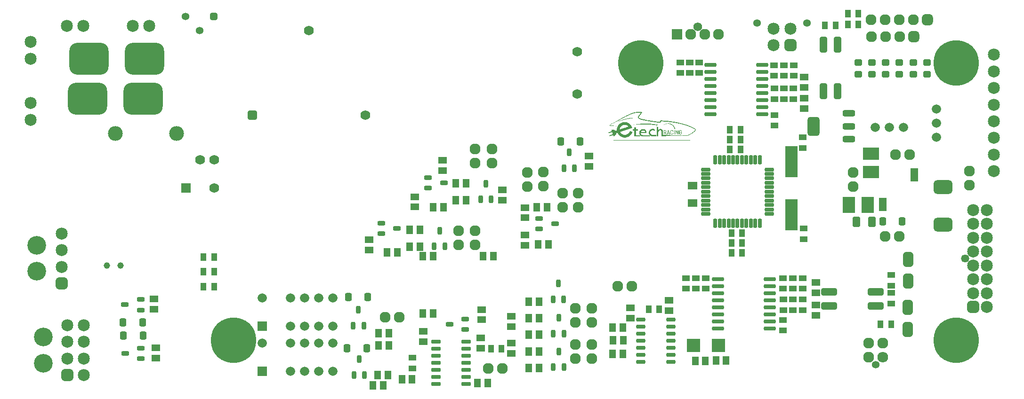
<source format=gts>
G04*
G04 #@! TF.GenerationSoftware,Altium Limited,Altium Designer,23.0.1 (38)*
G04*
G04 Layer_Color=8388736*
%FSLAX44Y44*%
%MOMM*%
G71*
G04*
G04 #@! TF.SameCoordinates,45C13FE1-74D7-4DC4-897C-9120B35D5960*
G04*
G04*
G04 #@! TF.FilePolarity,Negative*
G04*
G01*
G75*
G04:AMPARAMS|DCode=44|XSize=0.71mm|YSize=1.66mm|CornerRadius=0.2175mm|HoleSize=0mm|Usage=FLASHONLY|Rotation=0.000|XOffset=0mm|YOffset=0mm|HoleType=Round|Shape=RoundedRectangle|*
%AMROUNDEDRECTD44*
21,1,0.7100,1.2250,0,0,0.0*
21,1,0.2750,1.6600,0,0,0.0*
1,1,0.4350,0.1375,-0.6125*
1,1,0.4350,-0.1375,-0.6125*
1,1,0.4350,-0.1375,0.6125*
1,1,0.4350,0.1375,0.6125*
%
%ADD44ROUNDEDRECTD44*%
G04:AMPARAMS|DCode=45|XSize=0.71mm|YSize=1.66mm|CornerRadius=0.2175mm|HoleSize=0mm|Usage=FLASHONLY|Rotation=90.000|XOffset=0mm|YOffset=0mm|HoleType=Round|Shape=RoundedRectangle|*
%AMROUNDEDRECTD45*
21,1,0.7100,1.2250,0,0,90.0*
21,1,0.2750,1.6600,0,0,90.0*
1,1,0.4350,0.6125,0.1375*
1,1,0.4350,0.6125,-0.1375*
1,1,0.4350,-0.6125,-0.1375*
1,1,0.4350,-0.6125,0.1375*
%
%ADD45ROUNDEDRECTD45*%
%ADD46R,1.3100X1.5100*%
G04:AMPARAMS|DCode=47|XSize=0.81mm|YSize=1.41mm|CornerRadius=0.2425mm|HoleSize=0mm|Usage=FLASHONLY|Rotation=90.000|XOffset=0mm|YOffset=0mm|HoleType=Round|Shape=RoundedRectangle|*
%AMROUNDEDRECTD47*
21,1,0.8100,0.9250,0,0,90.0*
21,1,0.3250,1.4100,0,0,90.0*
1,1,0.4850,0.4625,0.1625*
1,1,0.4850,0.4625,-0.1625*
1,1,0.4850,-0.4625,-0.1625*
1,1,0.4850,-0.4625,0.1625*
%
%ADD47ROUNDEDRECTD47*%
%ADD48R,1.5100X1.3100*%
G04:AMPARAMS|DCode=49|XSize=0.76mm|YSize=1.71mm|CornerRadius=0.23mm|HoleSize=0mm|Usage=FLASHONLY|Rotation=90.000|XOffset=0mm|YOffset=0mm|HoleType=Round|Shape=RoundedRectangle|*
%AMROUNDEDRECTD49*
21,1,0.7600,1.2500,0,0,90.0*
21,1,0.3000,1.7100,0,0,90.0*
1,1,0.4600,0.6250,0.1500*
1,1,0.4600,0.6250,-0.1500*
1,1,0.4600,-0.6250,-0.1500*
1,1,0.4600,-0.6250,0.1500*
%
%ADD49ROUNDEDRECTD49*%
G04:AMPARAMS|DCode=50|XSize=5.76mm|YSize=7.06mm|CornerRadius=1.48mm|HoleSize=0mm|Usage=FLASHONLY|Rotation=270.000|XOffset=0mm|YOffset=0mm|HoleType=Round|Shape=RoundedRectangle|*
%AMROUNDEDRECTD50*
21,1,5.7600,4.1000,0,0,270.0*
21,1,2.8000,7.0600,0,0,270.0*
1,1,2.9600,-2.0500,-1.4000*
1,1,2.9600,-2.0500,1.4000*
1,1,2.9600,2.0500,1.4000*
1,1,2.9600,2.0500,-1.4000*
%
%ADD50ROUNDEDRECTD50*%
%ADD51R,1.4600X1.0600*%
%ADD52R,2.1600X5.6600*%
%ADD53R,2.3700X2.3600*%
G04:AMPARAMS|DCode=54|XSize=0.76mm|YSize=1.61mm|CornerRadius=0.23mm|HoleSize=0mm|Usage=FLASHONLY|Rotation=90.000|XOffset=0mm|YOffset=0mm|HoleType=Round|Shape=RoundedRectangle|*
%AMROUNDEDRECTD54*
21,1,0.7600,1.1500,0,0,90.0*
21,1,0.3000,1.6100,0,0,90.0*
1,1,0.4600,0.5750,0.1500*
1,1,0.4600,0.5750,-0.1500*
1,1,0.4600,-0.5750,-0.1500*
1,1,0.4600,-0.5750,0.1500*
%
%ADD54ROUNDEDRECTD54*%
G04:AMPARAMS|DCode=55|XSize=1.91mm|YSize=1.41mm|CornerRadius=0.3925mm|HoleSize=0mm|Usage=FLASHONLY|Rotation=270.000|XOffset=0mm|YOffset=0mm|HoleType=Round|Shape=RoundedRectangle|*
%AMROUNDEDRECTD55*
21,1,1.9100,0.6250,0,0,270.0*
21,1,1.1250,1.4100,0,0,270.0*
1,1,0.7850,-0.3125,-0.5625*
1,1,0.7850,-0.3125,0.5625*
1,1,0.7850,0.3125,0.5625*
1,1,0.7850,0.3125,-0.5625*
%
%ADD55ROUNDEDRECTD55*%
%ADD56R,1.0600X1.4600*%
G04:AMPARAMS|DCode=57|XSize=0.76mm|YSize=2.16mm|CornerRadius=0.23mm|HoleSize=0mm|Usage=FLASHONLY|Rotation=90.000|XOffset=0mm|YOffset=0mm|HoleType=Round|Shape=RoundedRectangle|*
%AMROUNDEDRECTD57*
21,1,0.7600,1.7000,0,0,90.0*
21,1,0.3000,2.1600,0,0,90.0*
1,1,0.4600,0.8500,0.1500*
1,1,0.4600,0.8500,-0.1500*
1,1,0.4600,-0.8500,-0.1500*
1,1,0.4600,-0.8500,0.1500*
%
%ADD57ROUNDEDRECTD57*%
G04:AMPARAMS|DCode=58|XSize=1.36mm|YSize=2.91mm|CornerRadius=0.38mm|HoleSize=0mm|Usage=FLASHONLY|Rotation=90.000|XOffset=0mm|YOffset=0mm|HoleType=Round|Shape=RoundedRectangle|*
%AMROUNDEDRECTD58*
21,1,1.3600,2.1500,0,0,90.0*
21,1,0.6000,2.9100,0,0,90.0*
1,1,0.7600,1.0750,0.3000*
1,1,0.7600,1.0750,-0.3000*
1,1,0.7600,-1.0750,-0.3000*
1,1,0.7600,-1.0750,0.3000*
%
%ADD58ROUNDEDRECTD58*%
G04:AMPARAMS|DCode=59|XSize=0.81mm|YSize=1.41mm|CornerRadius=0.2425mm|HoleSize=0mm|Usage=FLASHONLY|Rotation=180.000|XOffset=0mm|YOffset=0mm|HoleType=Round|Shape=RoundedRectangle|*
%AMROUNDEDRECTD59*
21,1,0.8100,0.9250,0,0,180.0*
21,1,0.3250,1.4100,0,0,180.0*
1,1,0.4850,-0.1625,0.4625*
1,1,0.4850,0.1625,0.4625*
1,1,0.4850,0.1625,-0.4625*
1,1,0.4850,-0.1625,-0.4625*
%
%ADD59ROUNDEDRECTD59*%
G04:AMPARAMS|DCode=60|XSize=1.36mm|YSize=2.91mm|CornerRadius=0.38mm|HoleSize=0mm|Usage=FLASHONLY|Rotation=180.000|XOffset=0mm|YOffset=0mm|HoleType=Round|Shape=RoundedRectangle|*
%AMROUNDEDRECTD60*
21,1,1.3600,2.1500,0,0,180.0*
21,1,0.6000,2.9100,0,0,180.0*
1,1,0.7600,-0.3000,1.0750*
1,1,0.7600,0.3000,1.0750*
1,1,0.7600,0.3000,-1.0750*
1,1,0.7600,-0.3000,-1.0750*
%
%ADD60ROUNDEDRECTD60*%
G04:AMPARAMS|DCode=61|XSize=1.86mm|YSize=2.66mm|CornerRadius=0.505mm|HoleSize=0mm|Usage=FLASHONLY|Rotation=180.000|XOffset=0mm|YOffset=0mm|HoleType=Round|Shape=RoundedRectangle|*
%AMROUNDEDRECTD61*
21,1,1.8600,1.6500,0,0,180.0*
21,1,0.8500,2.6600,0,0,180.0*
1,1,1.0100,-0.4250,0.8250*
1,1,1.0100,0.4250,0.8250*
1,1,1.0100,0.4250,-0.8250*
1,1,1.0100,-0.4250,-0.8250*
%
%ADD61ROUNDEDRECTD61*%
%ADD62R,2.9600X2.1600*%
%ADD63R,2.1600X2.9600*%
G04:AMPARAMS|DCode=64|XSize=3.46mm|YSize=2.46mm|CornerRadius=0.655mm|HoleSize=0mm|Usage=FLASHONLY|Rotation=0.000|XOffset=0mm|YOffset=0mm|HoleType=Round|Shape=RoundedRectangle|*
%AMROUNDEDRECTD64*
21,1,3.4600,1.1500,0,0,0.0*
21,1,2.1500,2.4600,0,0,0.0*
1,1,1.3100,1.0750,-0.5750*
1,1,1.3100,-1.0750,-0.5750*
1,1,1.3100,-1.0750,0.5750*
1,1,1.3100,1.0750,0.5750*
%
%ADD64ROUNDEDRECTD64*%
G04:AMPARAMS|DCode=65|XSize=1.16mm|YSize=2.26mm|CornerRadius=0.33mm|HoleSize=0mm|Usage=FLASHONLY|Rotation=270.000|XOffset=0mm|YOffset=0mm|HoleType=Round|Shape=RoundedRectangle|*
%AMROUNDEDRECTD65*
21,1,1.1600,1.6000,0,0,270.0*
21,1,0.5000,2.2600,0,0,270.0*
1,1,0.6600,-0.8000,-0.2500*
1,1,0.6600,-0.8000,0.2500*
1,1,0.6600,0.8000,0.2500*
1,1,0.6600,0.8000,-0.2500*
%
%ADD65ROUNDEDRECTD65*%
G04:AMPARAMS|DCode=66|XSize=3.46mm|YSize=2.26mm|CornerRadius=0.605mm|HoleSize=0mm|Usage=FLASHONLY|Rotation=270.000|XOffset=0mm|YOffset=0mm|HoleType=Round|Shape=RoundedRectangle|*
%AMROUNDEDRECTD66*
21,1,3.4600,1.0500,0,0,270.0*
21,1,2.2500,2.2600,0,0,270.0*
1,1,1.2100,-0.5250,-1.1250*
1,1,1.2100,-0.5250,1.1250*
1,1,1.2100,0.5250,1.1250*
1,1,1.2100,0.5250,-1.1250*
%
%ADD66ROUNDEDRECTD66*%
%ADD67R,1.4600X2.3600*%
G04:AMPARAMS|DCode=68|XSize=1.46mm|YSize=1.26mm|CornerRadius=0.355mm|HoleSize=0mm|Usage=FLASHONLY|Rotation=90.000|XOffset=0mm|YOffset=0mm|HoleType=Round|Shape=RoundedRectangle|*
%AMROUNDEDRECTD68*
21,1,1.4600,0.5500,0,0,90.0*
21,1,0.7500,1.2600,0,0,90.0*
1,1,0.7100,0.2750,0.3750*
1,1,0.7100,0.2750,-0.3750*
1,1,0.7100,-0.2750,-0.3750*
1,1,0.7100,-0.2750,0.3750*
%
%ADD68ROUNDEDRECTD68*%
G04:AMPARAMS|DCode=69|XSize=1.36mm|YSize=1.26mm|CornerRadius=0.355mm|HoleSize=0mm|Usage=FLASHONLY|Rotation=180.000|XOffset=0mm|YOffset=0mm|HoleType=Round|Shape=RoundedRectangle|*
%AMROUNDEDRECTD69*
21,1,1.3600,0.5500,0,0,180.0*
21,1,0.6500,1.2600,0,0,180.0*
1,1,0.7100,-0.3250,0.2750*
1,1,0.7100,0.3250,0.2750*
1,1,0.7100,0.3250,-0.2750*
1,1,0.7100,-0.3250,-0.2750*
%
%ADD69ROUNDEDRECTD69*%
%ADD70R,1.7600X1.3600*%
%ADD71C,2.1600*%
G04:AMPARAMS|DCode=72|XSize=2.16mm|YSize=2.16mm|CornerRadius=0.58mm|HoleSize=0mm|Usage=FLASHONLY|Rotation=180.000|XOffset=0mm|YOffset=0mm|HoleType=Round|Shape=RoundedRectangle|*
%AMROUNDEDRECTD72*
21,1,2.1600,1.0000,0,0,180.0*
21,1,1.0000,2.1600,0,0,180.0*
1,1,1.1600,-0.5000,0.5000*
1,1,1.1600,0.5000,0.5000*
1,1,1.1600,0.5000,-0.5000*
1,1,1.1600,-0.5000,-0.5000*
%
%ADD72ROUNDEDRECTD72*%
%ADD73C,1.4600*%
%ADD74O,1.9600X1.8600*%
%ADD75C,1.9600*%
%ADD76C,1.3600*%
%ADD77C,3.3600*%
G04:AMPARAMS|DCode=78|XSize=2.16mm|YSize=2.16mm|CornerRadius=0.58mm|HoleSize=0mm|Usage=FLASHONLY|Rotation=270.000|XOffset=0mm|YOffset=0mm|HoleType=Round|Shape=RoundedRectangle|*
%AMROUNDEDRECTD78*
21,1,2.1600,1.0000,0,0,270.0*
21,1,1.0000,2.1600,0,0,270.0*
1,1,1.1600,-0.5000,-0.5000*
1,1,1.1600,-0.5000,0.5000*
1,1,1.1600,0.5000,0.5000*
1,1,1.1600,0.5000,-0.5000*
%
%ADD78ROUNDEDRECTD78*%
%ADD79C,2.6600*%
%ADD80C,1.6600*%
%ADD81R,1.6600X1.6600*%
%ADD82C,1.7600*%
G04:AMPARAMS|DCode=83|XSize=1.76mm|YSize=1.76mm|CornerRadius=0.48mm|HoleSize=0mm|Usage=FLASHONLY|Rotation=0.000|XOffset=0mm|YOffset=0mm|HoleType=Round|Shape=RoundedRectangle|*
%AMROUNDEDRECTD83*
21,1,1.7600,0.8000,0,0,0.0*
21,1,0.8000,1.7600,0,0,0.0*
1,1,0.9600,0.4000,-0.4000*
1,1,0.9600,-0.4000,-0.4000*
1,1,0.9600,-0.4000,0.4000*
1,1,0.9600,0.4000,0.4000*
%
%ADD83ROUNDEDRECTD83*%
%ADD84C,1.5600*%
%ADD85R,1.9600X1.9600*%
%ADD86C,8.1600*%
%ADD87R,1.7600X1.7600*%
%ADD88C,1.1600*%
G04:AMPARAMS|DCode=89|XSize=1.36mm|YSize=1.36mm|CornerRadius=0.38mm|HoleSize=0mm|Usage=FLASHONLY|Rotation=270.000|XOffset=0mm|YOffset=0mm|HoleType=Round|Shape=RoundedRectangle|*
%AMROUNDEDRECTD89*
21,1,1.3600,0.6000,0,0,270.0*
21,1,0.6000,1.3600,0,0,270.0*
1,1,0.7600,-0.3000,-0.3000*
1,1,0.7600,-0.3000,0.3000*
1,1,0.7600,0.3000,0.3000*
1,1,0.7600,0.3000,-0.3000*
%
%ADD89ROUNDEDRECTD89*%
G04:AMPARAMS|DCode=90|XSize=1.96mm|YSize=1.96mm|CornerRadius=0.53mm|HoleSize=0mm|Usage=FLASHONLY|Rotation=270.000|XOffset=0mm|YOffset=0mm|HoleType=Round|Shape=RoundedRectangle|*
%AMROUNDEDRECTD90*
21,1,1.9600,0.9000,0,0,270.0*
21,1,0.9000,1.9600,0,0,270.0*
1,1,1.0600,-0.4500,-0.4500*
1,1,1.0600,-0.4500,0.4500*
1,1,1.0600,0.4500,0.4500*
1,1,1.0600,0.4500,-0.4500*
%
%ADD90ROUNDEDRECTD90*%
G36*
X1122791Y500916D02*
X1125623D01*
Y500818D01*
X1126111D01*
Y500720D01*
X1126209D01*
Y500623D01*
X1123572D01*
Y500525D01*
X1121815D01*
Y500428D01*
X1120545D01*
Y500330D01*
X1119276D01*
Y500232D01*
X1118202D01*
Y500135D01*
X1117128D01*
Y500037D01*
X1116347D01*
Y499939D01*
X1115468D01*
Y499842D01*
X1114687D01*
Y499744D01*
X1114003D01*
Y499646D01*
X1113222D01*
Y499549D01*
X1112636D01*
Y499451D01*
X1112050D01*
Y499353D01*
X1111367D01*
Y499256D01*
X1110781D01*
Y499158D01*
X1110195D01*
Y499061D01*
X1109707D01*
Y498963D01*
X1109219D01*
Y498865D01*
X1108731D01*
Y498768D01*
X1108145D01*
Y498670D01*
X1107657D01*
Y498572D01*
X1107266D01*
Y498475D01*
X1106778D01*
Y498377D01*
X1106290D01*
Y498279D01*
X1105899D01*
Y498182D01*
X1105411D01*
Y498084D01*
X1105020D01*
Y497986D01*
X1104630D01*
Y497889D01*
X1104141D01*
Y497791D01*
X1103848D01*
Y497693D01*
X1103458D01*
Y497596D01*
X1103067D01*
Y497498D01*
X1102677D01*
Y497401D01*
X1102286D01*
Y497303D01*
X1101993D01*
Y497205D01*
X1101603D01*
Y497108D01*
X1101310D01*
Y497010D01*
X1100919D01*
Y496912D01*
X1100626D01*
Y496815D01*
X1100333D01*
Y496717D01*
X1100040D01*
Y496619D01*
X1099748D01*
Y496522D01*
X1099357D01*
Y496424D01*
X1099064D01*
Y496326D01*
X1098771D01*
Y496229D01*
X1098478D01*
Y496131D01*
X1098185D01*
Y496034D01*
X1097892D01*
Y495936D01*
X1097599D01*
Y495838D01*
X1097307D01*
Y495741D01*
X1097014D01*
Y495643D01*
X1096818D01*
Y495545D01*
X1096525D01*
Y495448D01*
X1096232D01*
Y495350D01*
X1095939D01*
Y495252D01*
X1095647D01*
Y495155D01*
X1095354D01*
Y495057D01*
X1095061D01*
Y494959D01*
X1094865D01*
Y494862D01*
X1094573D01*
Y494764D01*
X1094377D01*
Y494667D01*
X1094084D01*
Y494569D01*
X1093791D01*
Y494471D01*
X1093596D01*
Y494374D01*
X1093401D01*
Y494276D01*
X1093205D01*
Y494178D01*
X1092913D01*
Y494081D01*
X1092717D01*
Y493983D01*
X1092522D01*
Y493885D01*
X1092229D01*
Y493788D01*
X1091936D01*
Y493690D01*
X1091839D01*
Y493885D01*
X1091936D01*
Y493983D01*
X1092132D01*
Y494081D01*
X1092327D01*
Y494178D01*
X1092522D01*
Y494276D01*
X1092717D01*
Y494374D01*
X1092913D01*
Y494471D01*
X1093108D01*
Y494569D01*
X1093205D01*
Y494667D01*
X1093498D01*
Y494764D01*
X1093694D01*
Y494862D01*
X1093889D01*
Y494959D01*
X1094084D01*
Y495057D01*
X1094280D01*
Y495155D01*
X1094475D01*
Y495252D01*
X1094670D01*
Y495350D01*
X1094865D01*
Y495448D01*
X1095061D01*
Y495545D01*
X1095354D01*
Y495643D01*
X1095549D01*
Y495741D01*
X1095744D01*
Y495838D01*
X1096037D01*
Y495936D01*
X1096232D01*
Y496034D01*
X1096428D01*
Y496131D01*
X1096721D01*
Y496229D01*
X1096916D01*
Y496326D01*
X1097209D01*
Y496424D01*
X1097404D01*
Y496522D01*
X1097599D01*
Y496619D01*
X1097892D01*
Y496717D01*
X1098088D01*
Y496815D01*
X1098381D01*
Y496912D01*
X1098673D01*
Y497010D01*
X1098869D01*
Y497108D01*
X1099162D01*
Y497205D01*
X1099455D01*
Y497303D01*
X1099748D01*
Y497401D01*
X1100040D01*
Y497498D01*
X1100236D01*
Y497596D01*
X1100529D01*
Y497693D01*
X1100822D01*
Y497791D01*
X1101212D01*
Y497889D01*
X1101407D01*
Y497986D01*
X1101798D01*
Y498084D01*
X1102091D01*
Y498182D01*
X1102482D01*
Y498279D01*
X1102872D01*
Y498377D01*
X1103165D01*
Y498475D01*
X1103458D01*
Y498572D01*
X1103848D01*
Y498670D01*
X1104239D01*
Y498768D01*
X1104630D01*
Y498865D01*
X1104923D01*
Y498963D01*
X1105411D01*
Y499061D01*
X1105899D01*
Y499158D01*
X1106290D01*
Y499256D01*
X1106680D01*
Y499353D01*
X1107071D01*
Y499451D01*
X1107559D01*
Y499549D01*
X1108145D01*
Y499646D01*
X1108633D01*
Y499744D01*
X1109121D01*
Y499842D01*
X1109609D01*
Y499939D01*
X1110195D01*
Y500037D01*
X1110781D01*
Y500135D01*
X1111465D01*
Y500232D01*
X1111953D01*
Y500330D01*
X1112636D01*
Y500428D01*
X1113613D01*
Y500525D01*
X1114492D01*
Y500623D01*
X1115370D01*
Y500720D01*
X1116444D01*
Y500818D01*
X1117811D01*
Y500916D01*
X1120252D01*
Y501013D01*
X1122791D01*
Y500916D01*
D02*
G37*
G36*
X1145932Y490273D02*
X1148471D01*
Y490175D01*
X1150033D01*
Y490077D01*
X1151400D01*
Y489980D01*
X1152377D01*
Y489882D01*
X1153548D01*
Y489785D01*
X1154427D01*
Y489687D01*
X1155404D01*
Y489589D01*
X1156087D01*
Y489492D01*
X1156771D01*
Y489394D01*
X1157552D01*
Y489296D01*
X1158235D01*
Y489199D01*
X1158919D01*
Y489101D01*
X1159407D01*
Y489003D01*
X1159993D01*
Y488906D01*
X1160579D01*
Y488808D01*
X1161067D01*
Y488710D01*
X1161555D01*
Y488613D01*
X1162043D01*
Y488515D01*
X1162434D01*
Y488418D01*
X1162824D01*
Y488320D01*
X1162922D01*
Y488222D01*
X1162824D01*
Y488027D01*
X1162727D01*
Y487929D01*
X1162629D01*
Y487734D01*
X1162532D01*
Y487636D01*
X1162434D01*
Y487441D01*
X1162336D01*
Y487343D01*
X1162239D01*
Y487148D01*
X1162141D01*
Y487051D01*
X1162043D01*
Y486855D01*
X1161946D01*
Y486660D01*
X1161848D01*
Y486562D01*
X1161750D01*
Y486367D01*
X1161653D01*
Y486269D01*
X1161555D01*
Y486074D01*
X1161457D01*
Y485976D01*
X1161360D01*
Y485781D01*
X1161262D01*
Y485684D01*
X1161164D01*
Y485488D01*
X1161067D01*
Y485391D01*
X1160969D01*
Y485293D01*
X1160872D01*
Y485195D01*
X1160774D01*
Y485488D01*
X1160872D01*
Y485781D01*
X1160969D01*
Y486172D01*
X1161067D01*
Y486465D01*
X1161164D01*
Y486758D01*
X1161262D01*
Y487148D01*
X1161360D01*
Y487441D01*
X1160872D01*
Y487539D01*
X1160188D01*
Y487636D01*
X1159407D01*
Y487734D01*
X1158626D01*
Y487832D01*
X1157845D01*
Y487929D01*
X1157064D01*
Y488027D01*
X1156087D01*
Y488125D01*
X1155013D01*
Y488222D01*
X1153841D01*
Y488320D01*
X1152767D01*
Y488418D01*
X1151400D01*
Y488515D01*
X1149740D01*
Y488613D01*
X1147787D01*
Y488710D01*
X1145347D01*
Y488808D01*
X1142027D01*
Y488906D01*
X1132751D01*
Y488808D01*
X1129919D01*
Y488710D01*
X1127380D01*
Y488613D01*
X1124842D01*
Y488515D01*
X1122986D01*
Y488418D01*
X1121131D01*
Y488320D01*
X1119569D01*
Y488515D01*
X1119667D01*
Y488613D01*
X1120252D01*
Y488710D01*
X1120936D01*
Y488808D01*
X1121522D01*
Y488906D01*
X1122205D01*
Y489003D01*
X1122791D01*
Y489101D01*
X1123377D01*
Y489199D01*
X1124061D01*
Y489296D01*
X1124939D01*
Y489394D01*
X1125720D01*
Y489492D01*
X1126306D01*
Y489589D01*
X1127283D01*
Y489687D01*
X1128259D01*
Y489785D01*
X1129236D01*
Y489882D01*
X1130407D01*
Y489980D01*
X1131481D01*
Y490077D01*
X1132751D01*
Y490175D01*
X1134606D01*
Y490273D01*
X1136852D01*
Y490370D01*
X1145932D01*
Y490273D01*
D02*
G37*
G36*
X1183232Y490859D02*
X1183915D01*
Y490761D01*
X1184501D01*
Y490663D01*
X1184989D01*
Y490566D01*
X1185380D01*
Y490468D01*
X1185673D01*
Y490370D01*
X1185966D01*
Y490273D01*
X1186259D01*
Y490175D01*
X1186552D01*
Y490077D01*
X1186747D01*
Y489980D01*
X1187040D01*
Y489882D01*
X1187235D01*
Y489785D01*
X1187430D01*
Y489687D01*
X1187626D01*
Y489589D01*
X1187821D01*
Y489492D01*
X1188016D01*
Y489394D01*
X1188211D01*
Y489296D01*
X1188407D01*
Y489199D01*
X1188602D01*
Y489101D01*
X1188700D01*
Y489003D01*
X1188895D01*
Y488906D01*
X1188993D01*
Y488808D01*
X1189188D01*
Y488710D01*
X1189286D01*
Y488613D01*
X1189481D01*
Y488515D01*
X1189578D01*
Y488418D01*
X1189676D01*
Y488320D01*
X1189871D01*
Y488222D01*
X1189969D01*
Y488125D01*
X1190067D01*
Y488027D01*
X1190164D01*
Y487929D01*
X1190360D01*
Y487832D01*
X1190457D01*
Y487734D01*
X1190555D01*
Y487636D01*
X1190652D01*
Y487539D01*
X1190750D01*
Y487441D01*
X1190848D01*
Y487343D01*
X1190945D01*
Y487246D01*
X1191043D01*
Y487148D01*
X1191141D01*
Y487051D01*
X1191238D01*
Y486953D01*
X1191336D01*
Y486855D01*
X1191434D01*
Y486758D01*
X1191531D01*
Y486660D01*
X1191629D01*
Y486562D01*
X1191727D01*
Y486465D01*
X1191824D01*
Y486367D01*
X1191922D01*
Y486172D01*
X1192020D01*
Y486074D01*
X1192117D01*
Y485976D01*
X1192215D01*
Y485781D01*
X1192312D01*
Y485684D01*
X1192410D01*
Y485586D01*
X1192508D01*
Y485391D01*
X1192605D01*
Y485293D01*
X1192703D01*
Y485098D01*
X1192801D01*
Y485000D01*
X1192898D01*
Y484805D01*
X1192996D01*
Y484707D01*
X1193093D01*
Y484512D01*
X1193191D01*
Y484316D01*
X1193289D01*
Y484121D01*
X1193387D01*
Y483926D01*
X1193484D01*
Y483731D01*
X1193582D01*
Y483535D01*
X1193679D01*
Y483340D01*
X1193777D01*
Y483145D01*
X1193875D01*
Y482949D01*
X1193972D01*
Y482657D01*
X1194070D01*
Y482364D01*
X1194168D01*
Y482168D01*
X1194265D01*
Y481875D01*
X1194363D01*
Y481485D01*
X1194461D01*
Y481192D01*
X1194558D01*
Y480801D01*
X1194656D01*
Y480508D01*
X1194461D01*
Y480411D01*
X1193484D01*
Y480508D01*
X1193387D01*
Y480606D01*
X1193289D01*
Y480997D01*
X1193191D01*
Y481387D01*
X1193093D01*
Y481778D01*
X1192996D01*
Y482071D01*
X1192898D01*
Y482266D01*
X1192801D01*
Y482559D01*
X1192703D01*
Y482754D01*
X1192605D01*
Y482949D01*
Y483047D01*
X1192508D01*
Y483242D01*
X1192410D01*
Y483438D01*
X1192312D01*
Y483633D01*
X1192215D01*
Y483828D01*
X1192117D01*
Y484024D01*
X1192020D01*
Y484121D01*
X1191922D01*
Y484316D01*
X1191824D01*
Y484512D01*
X1191727D01*
Y484609D01*
X1191629D01*
Y484805D01*
X1191531D01*
Y484902D01*
X1191434D01*
Y485098D01*
X1191336D01*
Y485195D01*
X1191238D01*
Y485293D01*
X1191141D01*
Y485488D01*
X1191043D01*
Y485586D01*
X1190945D01*
Y485684D01*
X1190848D01*
Y485781D01*
X1190750D01*
Y485976D01*
X1190652D01*
Y486074D01*
X1190555D01*
Y486172D01*
X1190457D01*
Y486269D01*
X1190360D01*
Y486367D01*
X1190262D01*
Y486465D01*
X1190164D01*
Y486562D01*
X1190067D01*
Y486660D01*
X1189969D01*
Y486758D01*
X1189871D01*
Y486855D01*
X1189774D01*
Y486953D01*
X1189676D01*
Y487051D01*
X1189578D01*
Y487148D01*
X1189481D01*
Y487246D01*
X1189383D01*
Y487343D01*
X1189286D01*
Y487441D01*
X1189090D01*
Y487539D01*
X1188993D01*
Y487636D01*
X1188895D01*
Y487734D01*
X1188700D01*
Y487832D01*
X1188602D01*
Y487929D01*
X1188504D01*
Y488027D01*
X1188309D01*
Y488125D01*
X1188211D01*
Y488222D01*
X1188016D01*
Y488320D01*
X1187821D01*
Y488418D01*
X1187723D01*
Y488515D01*
X1187528D01*
Y488613D01*
X1187333D01*
Y488710D01*
X1187137D01*
Y488808D01*
X1186942D01*
Y488906D01*
X1186844D01*
Y489003D01*
X1186552D01*
Y489101D01*
X1186356D01*
Y489199D01*
X1186161D01*
Y489296D01*
X1185868D01*
Y489394D01*
X1185673D01*
Y489492D01*
X1185380D01*
Y489589D01*
X1184989D01*
Y489687D01*
X1184696D01*
Y489785D01*
X1184403D01*
Y489882D01*
X1183915D01*
Y489980D01*
X1183427D01*
Y490077D01*
X1182548D01*
Y490175D01*
X1180205D01*
Y490077D01*
X1179424D01*
Y489980D01*
X1178838D01*
Y489882D01*
X1178447D01*
Y489785D01*
X1178057D01*
Y489687D01*
X1177764D01*
Y489589D01*
X1177471D01*
Y489492D01*
X1177178D01*
Y489394D01*
X1176885D01*
Y489296D01*
X1176690D01*
Y489199D01*
X1176494D01*
Y489101D01*
X1176201D01*
Y489003D01*
X1176006D01*
Y488906D01*
X1175811D01*
Y488808D01*
X1175616D01*
Y488710D01*
X1175420D01*
Y488613D01*
X1175225D01*
Y488515D01*
X1175127D01*
Y488418D01*
X1174932D01*
Y488320D01*
X1174737D01*
Y488222D01*
X1174639D01*
Y488125D01*
X1174444D01*
Y488027D01*
X1174346D01*
Y487929D01*
X1174151D01*
Y487832D01*
X1174053D01*
Y487734D01*
X1173956D01*
Y487636D01*
X1173858D01*
Y487539D01*
X1173663D01*
Y487441D01*
X1173565D01*
Y487343D01*
X1173467D01*
Y487246D01*
X1173370D01*
Y487148D01*
X1173175D01*
Y487051D01*
X1173077D01*
Y486953D01*
X1172979D01*
Y486855D01*
X1172882D01*
Y487051D01*
X1172979D01*
Y487148D01*
X1173077D01*
Y487246D01*
X1173175D01*
Y487441D01*
X1173370D01*
Y487539D01*
X1173467D01*
Y487636D01*
X1173565D01*
Y487734D01*
X1173663D01*
Y487832D01*
X1173760D01*
Y487929D01*
X1173858D01*
Y488027D01*
X1173956D01*
Y488125D01*
X1174053D01*
Y488222D01*
X1174249D01*
Y488320D01*
X1174346D01*
Y488418D01*
X1174444D01*
Y488515D01*
X1174639D01*
Y488613D01*
X1174737D01*
Y488710D01*
X1174932D01*
Y488808D01*
X1175030D01*
Y488906D01*
X1175225D01*
Y489003D01*
X1175323D01*
Y489101D01*
X1175518D01*
Y489199D01*
X1175616D01*
Y489296D01*
X1175811D01*
Y489394D01*
X1176006D01*
Y489492D01*
X1176201D01*
Y489589D01*
X1176397D01*
Y489687D01*
X1176592D01*
Y489785D01*
X1176787D01*
Y489882D01*
X1176983D01*
Y489980D01*
X1177178D01*
Y490077D01*
X1177471D01*
Y490175D01*
X1177764D01*
Y490273D01*
X1178057D01*
Y490370D01*
X1178350D01*
Y490468D01*
X1178643D01*
Y490566D01*
X1179033D01*
Y490663D01*
X1179424D01*
Y490761D01*
X1180010D01*
Y490859D01*
X1180693D01*
Y490956D01*
X1183232D01*
Y490859D01*
D02*
G37*
G36*
X1104239Y493104D02*
X1105411D01*
Y493007D01*
X1106094D01*
Y492909D01*
X1106680D01*
Y492811D01*
X1106973D01*
Y492714D01*
X1107364D01*
Y492616D01*
X1107754D01*
Y492519D01*
X1108047D01*
Y492421D01*
X1108340D01*
Y492323D01*
X1108535D01*
Y492225D01*
X1108828D01*
Y492128D01*
X1109024D01*
Y492030D01*
X1109316D01*
Y491933D01*
X1109512D01*
Y491835D01*
X1109707D01*
Y491737D01*
X1109902D01*
Y491640D01*
X1110098D01*
Y491542D01*
X1110293D01*
Y491444D01*
X1110488D01*
Y491347D01*
X1110586D01*
Y491249D01*
X1110781D01*
Y491152D01*
X1110976D01*
Y491054D01*
X1111074D01*
Y490956D01*
X1111269D01*
Y490859D01*
X1111367D01*
Y490761D01*
X1111562D01*
Y490663D01*
X1111660D01*
Y490566D01*
X1111855D01*
Y490468D01*
X1111953D01*
Y490370D01*
X1112050D01*
Y490273D01*
X1112246D01*
Y490175D01*
X1112343D01*
Y490077D01*
X1112441D01*
Y489980D01*
X1112539D01*
Y489882D01*
X1112734D01*
Y489785D01*
X1112832D01*
Y489687D01*
X1112929D01*
Y489589D01*
X1113027D01*
Y489492D01*
X1113124D01*
Y489394D01*
X1113222D01*
Y489296D01*
X1113320D01*
Y489199D01*
X1113418D01*
Y489101D01*
X1113515D01*
Y489003D01*
X1113613D01*
Y488906D01*
X1113710D01*
Y488808D01*
X1113808D01*
Y488710D01*
X1113906D01*
Y488613D01*
X1114003D01*
Y488515D01*
X1114101D01*
Y488418D01*
X1114199D01*
Y488320D01*
X1114296D01*
Y488125D01*
X1114394D01*
Y488027D01*
X1114492D01*
Y487929D01*
X1114589D01*
Y487832D01*
X1114687D01*
Y487636D01*
X1114784D01*
Y487539D01*
X1114882D01*
Y487441D01*
X1114980D01*
Y487246D01*
X1115077D01*
Y487148D01*
X1115175D01*
Y487051D01*
X1115273D01*
Y486855D01*
X1115370D01*
Y486660D01*
X1115468D01*
Y486562D01*
X1115566D01*
Y486367D01*
X1115663D01*
Y486269D01*
X1115761D01*
Y486074D01*
X1115859D01*
Y485879D01*
X1115956D01*
Y485684D01*
X1116054D01*
Y485488D01*
X1116152D01*
Y485293D01*
X1116249D01*
Y485098D01*
X1116347D01*
Y484902D01*
X1116444D01*
Y484609D01*
X1116542D01*
Y484414D01*
X1116640D01*
Y484121D01*
X1116737D01*
Y483926D01*
X1116835D01*
Y483633D01*
X1116933D01*
Y483340D01*
X1117030D01*
Y483047D01*
X1117128D01*
Y482657D01*
X1117030D01*
Y482559D01*
X1116933D01*
Y482461D01*
X1116835D01*
Y482364D01*
X1116640D01*
Y482266D01*
X1116347D01*
Y482168D01*
X1116054D01*
Y482071D01*
X1115663D01*
Y481973D01*
X1115370D01*
Y481875D01*
X1115077D01*
Y481778D01*
X1114882D01*
Y481680D01*
X1114492D01*
Y481582D01*
X1114199D01*
Y481485D01*
X1113906D01*
Y481387D01*
X1113613D01*
Y481290D01*
X1113320D01*
Y481192D01*
X1113027D01*
Y481094D01*
X1112734D01*
Y480997D01*
X1112441D01*
Y480899D01*
X1112148D01*
Y480801D01*
X1111855D01*
Y480704D01*
X1111465D01*
Y480606D01*
X1111172D01*
Y480508D01*
X1110879D01*
Y480411D01*
X1110684D01*
Y480313D01*
X1110293D01*
Y480215D01*
X1110000D01*
Y480118D01*
X1109707D01*
Y480020D01*
X1109414D01*
Y479923D01*
X1109121D01*
Y479825D01*
X1108828D01*
Y479727D01*
X1108535D01*
Y479630D01*
X1108340D01*
Y479532D01*
X1108047D01*
Y479434D01*
X1107754D01*
Y479337D01*
X1107461D01*
Y479239D01*
X1107168D01*
Y479142D01*
X1106875D01*
Y479044D01*
X1106582D01*
Y478946D01*
X1106192D01*
Y478849D01*
X1105899D01*
Y478751D01*
X1105508D01*
Y478653D01*
X1105313D01*
Y478556D01*
X1105020D01*
Y478458D01*
X1104727D01*
Y478360D01*
X1104337D01*
Y478263D01*
X1104044D01*
Y478165D01*
X1103751D01*
Y478067D01*
X1103458D01*
Y477970D01*
X1103067D01*
Y477872D01*
X1102775D01*
Y477775D01*
X1102482D01*
Y477677D01*
X1102189D01*
Y477579D01*
X1101896D01*
Y477481D01*
X1101603D01*
Y477384D01*
X1101212D01*
Y477286D01*
X1100919D01*
Y477189D01*
X1100626D01*
Y477091D01*
X1100431D01*
Y476993D01*
X1100040D01*
Y476896D01*
X1099748D01*
Y476798D01*
X1099455D01*
Y476700D01*
X1099162D01*
Y476603D01*
X1098966D01*
Y476505D01*
X1098673D01*
Y476408D01*
X1098283D01*
Y476310D01*
X1097990D01*
Y476212D01*
X1097697D01*
Y476115D01*
X1097404D01*
Y476017D01*
X1097014D01*
Y475919D01*
X1096721D01*
Y475822D01*
X1096428D01*
Y475724D01*
X1096330D01*
Y475626D01*
X1096135D01*
Y475431D01*
X1096037D01*
Y475236D01*
X1095939D01*
Y474943D01*
X1096037D01*
Y474748D01*
X1096135D01*
Y474552D01*
X1096232D01*
Y474357D01*
X1096330D01*
Y474259D01*
X1096428D01*
Y474162D01*
X1096525D01*
Y473966D01*
X1096623D01*
Y473869D01*
X1096721D01*
Y473674D01*
X1096818D01*
Y473576D01*
X1096916D01*
Y473478D01*
X1097014D01*
Y473381D01*
X1097111D01*
Y473283D01*
X1097209D01*
Y473185D01*
X1097307D01*
Y473088D01*
X1097404D01*
Y472990D01*
X1097502D01*
Y472795D01*
X1097599D01*
Y472697D01*
X1097697D01*
Y472599D01*
X1097892D01*
Y472502D01*
X1097990D01*
Y472404D01*
X1098088D01*
Y472307D01*
X1098185D01*
Y472209D01*
X1098283D01*
Y472111D01*
X1098381D01*
Y472014D01*
X1098576D01*
Y471916D01*
X1098673D01*
Y471818D01*
X1098771D01*
Y471721D01*
X1098966D01*
Y471623D01*
X1099064D01*
Y471525D01*
X1099259D01*
Y471428D01*
X1099455D01*
Y471330D01*
X1099650D01*
Y471232D01*
X1099845D01*
Y471135D01*
X1100040D01*
Y471037D01*
X1100236D01*
Y470939D01*
X1100431D01*
Y470842D01*
X1100724D01*
Y470744D01*
X1101115D01*
Y470647D01*
X1101407D01*
Y470549D01*
X1101798D01*
Y470451D01*
X1102286D01*
Y470354D01*
X1103067D01*
Y470256D01*
X1105216D01*
Y470354D01*
X1105801D01*
Y470451D01*
X1106094D01*
Y470549D01*
X1106485D01*
Y470647D01*
X1106875D01*
Y470744D01*
X1107168D01*
Y470842D01*
X1107461D01*
Y470939D01*
X1107657D01*
Y471037D01*
X1107852D01*
Y471135D01*
X1108145D01*
Y471232D01*
X1108340D01*
Y471330D01*
X1108438D01*
Y471428D01*
X1108633D01*
Y471525D01*
X1108828D01*
Y471623D01*
X1108926D01*
Y471721D01*
X1109121D01*
Y471818D01*
X1109316D01*
Y471916D01*
X1109414D01*
Y472014D01*
X1109609D01*
Y472111D01*
X1109707D01*
Y472209D01*
X1109805D01*
Y472307D01*
X1110000D01*
Y472404D01*
X1110098D01*
Y472502D01*
X1110195D01*
Y472599D01*
X1110390D01*
Y472697D01*
X1110488D01*
Y472795D01*
X1110586D01*
Y472892D01*
X1110684D01*
Y472990D01*
X1110781D01*
Y473088D01*
X1110879D01*
Y473185D01*
X1110976D01*
Y473283D01*
X1111074D01*
Y473381D01*
X1111172D01*
Y473478D01*
X1111269D01*
Y473576D01*
X1111367D01*
Y473771D01*
X1111465D01*
Y473869D01*
X1111562D01*
Y473966D01*
X1111660D01*
Y474064D01*
X1111758D01*
Y474259D01*
X1111855D01*
Y474357D01*
X1111953D01*
Y474455D01*
X1112050D01*
Y474650D01*
X1112148D01*
Y474748D01*
X1112246D01*
Y474943D01*
X1112343D01*
Y475138D01*
X1112441D01*
Y475236D01*
X1112539D01*
Y475431D01*
X1112636D01*
Y475626D01*
X1112734D01*
Y475822D01*
X1112832D01*
Y476017D01*
X1112929D01*
Y476115D01*
X1113027D01*
Y476310D01*
X1113124D01*
Y476408D01*
X1113222D01*
Y476505D01*
X1113320D01*
Y476603D01*
X1113418D01*
Y476700D01*
X1113515D01*
Y476798D01*
X1114199D01*
Y476700D01*
X1114589D01*
Y476603D01*
X1114882D01*
Y476505D01*
X1115077D01*
Y476408D01*
X1115468D01*
Y476310D01*
X1115761D01*
Y476212D01*
X1116054D01*
Y476115D01*
X1116347D01*
Y476017D01*
X1116640D01*
Y475919D01*
X1116835D01*
Y475822D01*
X1117128D01*
Y475724D01*
X1117323D01*
Y475626D01*
X1117421D01*
Y475529D01*
X1117518D01*
Y475431D01*
X1117616D01*
Y475236D01*
X1117714D01*
Y475138D01*
X1117616D01*
Y474845D01*
X1117518D01*
Y474552D01*
X1117421D01*
Y474357D01*
X1117323D01*
Y474064D01*
X1117226D01*
Y473869D01*
X1117128D01*
Y473576D01*
X1117030D01*
Y473381D01*
X1116933D01*
Y473185D01*
X1116835D01*
Y472990D01*
X1116737D01*
Y472892D01*
X1116640D01*
Y472697D01*
X1116542D01*
Y472502D01*
X1116444D01*
Y472307D01*
X1116347D01*
Y472209D01*
X1116249D01*
Y472014D01*
X1116152D01*
Y471818D01*
X1116054D01*
Y471721D01*
X1115956D01*
Y471525D01*
X1115859D01*
Y471428D01*
X1115761D01*
Y471232D01*
X1115663D01*
Y471135D01*
X1115566D01*
Y471037D01*
X1115468D01*
Y470939D01*
X1115370D01*
Y470744D01*
X1115273D01*
Y470647D01*
X1115175D01*
Y470549D01*
X1115077D01*
Y470451D01*
X1114980D01*
Y470256D01*
X1114882D01*
Y470158D01*
X1114784D01*
Y470061D01*
X1114687D01*
Y469963D01*
X1114589D01*
Y469865D01*
X1114492D01*
Y469768D01*
X1114394D01*
Y469670D01*
X1114296D01*
Y469572D01*
X1114199D01*
Y469475D01*
X1114101D01*
Y469377D01*
X1114003D01*
Y469280D01*
X1113906D01*
Y469182D01*
X1113808D01*
Y469084D01*
X1113710D01*
Y468987D01*
X1113613D01*
Y468889D01*
X1113515D01*
Y468791D01*
X1113320D01*
Y468694D01*
X1113222D01*
Y468596D01*
X1113124D01*
Y468498D01*
X1113027D01*
Y468401D01*
X1112832D01*
Y468303D01*
X1112734D01*
Y468206D01*
X1112636D01*
Y468108D01*
X1112539D01*
Y468010D01*
X1112343D01*
Y467913D01*
X1112246D01*
Y467815D01*
X1112050D01*
Y467717D01*
X1111953D01*
Y467620D01*
X1111758D01*
Y467522D01*
X1111660D01*
Y467424D01*
X1111465D01*
Y467327D01*
X1111269D01*
Y467229D01*
X1111172D01*
Y467132D01*
X1110976D01*
Y467034D01*
X1110781D01*
Y466936D01*
X1110586D01*
Y466838D01*
X1110390D01*
Y466741D01*
X1110195D01*
Y466643D01*
X1110000D01*
Y466546D01*
X1109805D01*
Y466448D01*
X1109609D01*
Y466350D01*
X1109316D01*
Y466253D01*
X1109121D01*
Y466155D01*
X1108828D01*
Y466057D01*
X1108535D01*
Y465960D01*
X1108242D01*
Y465862D01*
X1107852D01*
Y465765D01*
X1107461D01*
Y465667D01*
X1106973D01*
Y465569D01*
X1106485D01*
Y465472D01*
X1105997D01*
Y465374D01*
X1105118D01*
Y465276D01*
X1102872D01*
Y465374D01*
X1102189D01*
Y465472D01*
X1101603D01*
Y465569D01*
X1101115D01*
Y465667D01*
X1100626D01*
Y465765D01*
X1100236D01*
Y465862D01*
X1099943D01*
Y465960D01*
X1099650D01*
Y466057D01*
X1099357D01*
Y466155D01*
X1099064D01*
Y466253D01*
X1098771D01*
Y466350D01*
X1098576D01*
Y466448D01*
X1098283D01*
Y466546D01*
X1098088D01*
Y466643D01*
X1097892D01*
Y466741D01*
X1097697D01*
Y466838D01*
X1097502D01*
Y466936D01*
X1097307D01*
Y467034D01*
X1097111D01*
Y467132D01*
X1096916D01*
Y467229D01*
X1096721D01*
Y467327D01*
X1096525D01*
Y467424D01*
X1096428D01*
Y467522D01*
X1096232D01*
Y467620D01*
X1096037D01*
Y467717D01*
X1095939D01*
Y467815D01*
X1095744D01*
Y467913D01*
X1095647D01*
Y468010D01*
X1095451D01*
Y468108D01*
X1095354D01*
Y468206D01*
X1095256D01*
Y468303D01*
X1095061D01*
Y468401D01*
X1094963D01*
Y468498D01*
X1094865D01*
Y468596D01*
X1094768D01*
Y468694D01*
X1094670D01*
Y468791D01*
X1094475D01*
Y468889D01*
X1094377D01*
Y468987D01*
X1094280D01*
Y469084D01*
X1094182D01*
Y469182D01*
X1094084D01*
Y469280D01*
X1093987D01*
Y469377D01*
X1093889D01*
Y469475D01*
X1093791D01*
Y469572D01*
X1093694D01*
Y469670D01*
X1093596D01*
Y469768D01*
X1093498D01*
Y469865D01*
X1093401D01*
Y469963D01*
X1093303D01*
Y470061D01*
X1093205D01*
Y470158D01*
X1093108D01*
Y470354D01*
X1093010D01*
Y470451D01*
X1092913D01*
Y470549D01*
X1092815D01*
Y470647D01*
X1092717D01*
Y470744D01*
X1092620D01*
Y470939D01*
X1092522D01*
Y471037D01*
X1092424D01*
Y471135D01*
X1092327D01*
Y471330D01*
X1092229D01*
Y471428D01*
X1092132D01*
Y471623D01*
X1092034D01*
Y471721D01*
X1091936D01*
Y471818D01*
X1091839D01*
Y472014D01*
X1091741D01*
Y472209D01*
X1091643D01*
Y472307D01*
X1091546D01*
Y472502D01*
X1091448D01*
Y472599D01*
X1091350D01*
Y472795D01*
X1091253D01*
Y472990D01*
X1091155D01*
Y473185D01*
X1091057D01*
Y473283D01*
X1090960D01*
Y473381D01*
X1090862D01*
Y473478D01*
X1090764D01*
Y473576D01*
X1090569D01*
Y473674D01*
X1089983D01*
Y473576D01*
X1089593D01*
Y473478D01*
X1089300D01*
Y473381D01*
X1089105D01*
Y473283D01*
X1088909D01*
Y473185D01*
X1088714D01*
Y473088D01*
X1088616D01*
Y472892D01*
X1088519D01*
Y472795D01*
X1088421D01*
Y472502D01*
X1088323D01*
Y471721D01*
X1088226D01*
Y471232D01*
X1088128D01*
Y470939D01*
X1088030D01*
Y470744D01*
X1087933D01*
Y470549D01*
X1087835D01*
Y470354D01*
X1087738D01*
Y470158D01*
X1087640D01*
Y470061D01*
X1087542D01*
Y469963D01*
X1087445D01*
Y469768D01*
X1087347D01*
Y469670D01*
X1087249D01*
Y469572D01*
X1087152D01*
Y469475D01*
X1087054D01*
Y469377D01*
X1086956D01*
Y469280D01*
X1086859D01*
Y469182D01*
X1086761D01*
Y469084D01*
X1086664D01*
Y468987D01*
X1086566D01*
Y468889D01*
X1086371D01*
Y468791D01*
X1086273D01*
Y468694D01*
X1086175D01*
Y468596D01*
X1085980D01*
Y468498D01*
X1085785D01*
Y468401D01*
X1085687D01*
Y468303D01*
X1085492D01*
Y468206D01*
X1085296D01*
Y468108D01*
X1085101D01*
Y468010D01*
X1084906D01*
Y467913D01*
X1084711D01*
Y467815D01*
X1084515D01*
Y467717D01*
X1083832D01*
Y467815D01*
X1083734D01*
Y467913D01*
X1083637D01*
Y468010D01*
X1083539D01*
Y468108D01*
X1083441D01*
Y468206D01*
X1083344D01*
Y468401D01*
X1083246D01*
Y468694D01*
X1083148D01*
Y468987D01*
X1083051D01*
Y469084D01*
X1082953D01*
Y469280D01*
X1082758D01*
Y469377D01*
X1082660D01*
Y469475D01*
X1081977D01*
Y469377D01*
X1081684D01*
Y469280D01*
X1081391D01*
Y469182D01*
X1081098D01*
Y469084D01*
X1080805D01*
Y468987D01*
X1080512D01*
Y468889D01*
X1080219D01*
Y468791D01*
X1079926D01*
Y468694D01*
X1079633D01*
Y468596D01*
X1079340D01*
Y468498D01*
X1078950D01*
Y468401D01*
X1078657D01*
Y468303D01*
X1078364D01*
Y468206D01*
X1078071D01*
Y468108D01*
X1077778D01*
Y468010D01*
X1077290D01*
Y467913D01*
X1076802D01*
Y468010D01*
X1076606D01*
Y468108D01*
X1076509D01*
Y468206D01*
X1076411D01*
Y468303D01*
X1076313D01*
Y468401D01*
X1076216D01*
Y468889D01*
X1076313D01*
Y469084D01*
X1076411D01*
Y469182D01*
X1076509D01*
Y469280D01*
X1076606D01*
Y469377D01*
X1076704D01*
Y469475D01*
X1076899D01*
Y469572D01*
X1077094D01*
Y469670D01*
X1077387D01*
Y469768D01*
X1077680D01*
Y469865D01*
X1077973D01*
Y469963D01*
X1078266D01*
Y470061D01*
X1078559D01*
Y470158D01*
X1078852D01*
Y470256D01*
X1079145D01*
Y470354D01*
X1079438D01*
Y470451D01*
X1079731D01*
Y470549D01*
X1080024D01*
Y470647D01*
X1080317D01*
Y470744D01*
X1080707D01*
Y470842D01*
X1081000D01*
Y470939D01*
X1081293D01*
Y471037D01*
X1081586D01*
Y471135D01*
X1081781D01*
Y471232D01*
X1081879D01*
Y471330D01*
X1081977D01*
Y471525D01*
X1082074D01*
Y472209D01*
X1081977D01*
Y472599D01*
X1081879D01*
Y472892D01*
X1081781D01*
Y473185D01*
X1081684D01*
Y473576D01*
X1081586D01*
Y473869D01*
X1081488D01*
Y474162D01*
X1081391D01*
Y474357D01*
X1081293D01*
Y474552D01*
X1081196D01*
Y474650D01*
X1081098D01*
Y474748D01*
X1080903D01*
Y474845D01*
X1080219D01*
Y474748D01*
X1079926D01*
Y474650D01*
X1079633D01*
Y474552D01*
X1079243D01*
Y474455D01*
X1078950D01*
Y474357D01*
X1078755D01*
Y474259D01*
X1078462D01*
Y474162D01*
X1078169D01*
Y474064D01*
X1077876D01*
Y473966D01*
X1077583D01*
Y473869D01*
X1077290D01*
Y473771D01*
X1076997D01*
Y473674D01*
X1076704D01*
Y473576D01*
X1076411D01*
Y473478D01*
X1076118D01*
Y473381D01*
X1075825D01*
Y473283D01*
X1075044D01*
Y473381D01*
X1074946D01*
Y473478D01*
X1074751D01*
Y473576D01*
X1074653D01*
Y473674D01*
X1074556D01*
Y473869D01*
X1074458D01*
Y474259D01*
X1074556D01*
Y474357D01*
X1074653D01*
Y474552D01*
X1074751D01*
Y474650D01*
X1074849D01*
Y474748D01*
X1075044D01*
Y474845D01*
X1075142D01*
Y474943D01*
X1075435D01*
Y475041D01*
X1075630D01*
Y475138D01*
X1075923D01*
Y475236D01*
X1076216D01*
Y475333D01*
X1076509D01*
Y475431D01*
X1076899D01*
Y475529D01*
X1077192D01*
Y475626D01*
X1077485D01*
Y475724D01*
X1077778D01*
Y475822D01*
X1078071D01*
Y475919D01*
X1078364D01*
Y476017D01*
X1078657D01*
Y476115D01*
X1078950D01*
Y476212D01*
X1079243D01*
Y476310D01*
X1079536D01*
Y476408D01*
X1079731D01*
Y476505D01*
X1079926D01*
Y476603D01*
X1080122D01*
Y476700D01*
X1080219D01*
Y476896D01*
X1080317D01*
Y477579D01*
X1080219D01*
Y477872D01*
X1080122D01*
Y478263D01*
X1080024D01*
Y478946D01*
X1080122D01*
Y479044D01*
X1080219D01*
Y479142D01*
X1080317D01*
Y479239D01*
X1080414D01*
Y479337D01*
X1080610D01*
Y479434D01*
X1081098D01*
Y479532D01*
X1081781D01*
Y479630D01*
X1083734D01*
Y479532D01*
X1084222D01*
Y479434D01*
X1084515D01*
Y479337D01*
X1084808D01*
Y479239D01*
X1085004D01*
Y479142D01*
X1085199D01*
Y479044D01*
X1085296D01*
Y478946D01*
X1085492D01*
Y478849D01*
X1085589D01*
Y478751D01*
X1085785D01*
Y478653D01*
X1085882D01*
Y478556D01*
X1085980D01*
Y478458D01*
X1086078D01*
Y478360D01*
X1086175D01*
Y478263D01*
X1086273D01*
Y478165D01*
X1086371D01*
Y478067D01*
X1086566D01*
Y477970D01*
X1086664D01*
Y477872D01*
X1086761D01*
Y477775D01*
X1086956D01*
Y477677D01*
X1087152D01*
Y477579D01*
X1087738D01*
Y477677D01*
X1088128D01*
Y477775D01*
X1088421D01*
Y477872D01*
X1088616D01*
Y477970D01*
X1088909D01*
Y478067D01*
X1089105D01*
Y478165D01*
X1089300D01*
Y478263D01*
X1089398D01*
Y478458D01*
X1089495D01*
Y478556D01*
X1089593D01*
Y478751D01*
X1089690D01*
Y479630D01*
X1089788D01*
Y480899D01*
X1089886D01*
Y481582D01*
X1089983D01*
Y482071D01*
X1090081D01*
Y482559D01*
X1090179D01*
Y482852D01*
X1090276D01*
Y483242D01*
X1090374D01*
Y483535D01*
X1090472D01*
Y483828D01*
X1090569D01*
Y484121D01*
X1090667D01*
Y484316D01*
X1090764D01*
Y484609D01*
X1090862D01*
Y484805D01*
X1090960D01*
Y485098D01*
X1091057D01*
Y485293D01*
X1091155D01*
Y485488D01*
X1091253D01*
Y485684D01*
X1091350D01*
Y485879D01*
X1091448D01*
Y485976D01*
X1091546D01*
Y486172D01*
X1091643D01*
Y486367D01*
X1091741D01*
Y486562D01*
X1091839D01*
Y486660D01*
X1091936D01*
Y486855D01*
X1092034D01*
Y486953D01*
X1092132D01*
Y487148D01*
X1092229D01*
Y487246D01*
X1092327D01*
Y487441D01*
X1092424D01*
Y487539D01*
X1092522D01*
Y487636D01*
X1092620D01*
Y487734D01*
X1092717D01*
Y487929D01*
X1092815D01*
Y488027D01*
X1092913D01*
Y488125D01*
X1093010D01*
Y488222D01*
X1093108D01*
Y488418D01*
X1093205D01*
Y488515D01*
X1093303D01*
Y488613D01*
X1093401D01*
Y488710D01*
X1093498D01*
Y488808D01*
X1093596D01*
Y488906D01*
X1093694D01*
Y489003D01*
X1093791D01*
Y489101D01*
X1093889D01*
Y489199D01*
X1093987D01*
Y489296D01*
X1094084D01*
Y489394D01*
X1094182D01*
Y489492D01*
X1094280D01*
Y489589D01*
X1094377D01*
Y489687D01*
X1094475D01*
Y489785D01*
X1094670D01*
Y489882D01*
X1094768D01*
Y489980D01*
X1094865D01*
Y490077D01*
X1094963D01*
Y490175D01*
X1095061D01*
Y490273D01*
X1095256D01*
Y490370D01*
X1095354D01*
Y490468D01*
X1095451D01*
Y490566D01*
X1095647D01*
Y490663D01*
X1095744D01*
Y490761D01*
X1095939D01*
Y490859D01*
X1096037D01*
Y490956D01*
X1096232D01*
Y491054D01*
X1096330D01*
Y491152D01*
X1096525D01*
Y491249D01*
X1096721D01*
Y491347D01*
X1096818D01*
Y491444D01*
X1097014D01*
Y491542D01*
X1097209D01*
Y491640D01*
X1097404D01*
Y491737D01*
X1097599D01*
Y491835D01*
X1097795D01*
Y491933D01*
X1097990D01*
Y492030D01*
X1098283D01*
Y492128D01*
X1098478D01*
Y492225D01*
X1098771D01*
Y492323D01*
X1098966D01*
Y492421D01*
X1099259D01*
Y492519D01*
X1099552D01*
Y492616D01*
X1099943D01*
Y492714D01*
X1100333D01*
Y492811D01*
X1100724D01*
Y492909D01*
X1101212D01*
Y493007D01*
X1101798D01*
Y493104D01*
X1102775D01*
Y493202D01*
X1104239D01*
Y493104D01*
D02*
G37*
G36*
X1154427Y480997D02*
X1155306D01*
Y480899D01*
X1155794D01*
Y480801D01*
X1156185D01*
Y480704D01*
X1156478D01*
Y480606D01*
X1156673D01*
Y480508D01*
X1156966D01*
Y480411D01*
X1157161D01*
Y480313D01*
X1157259D01*
Y480215D01*
X1157356D01*
Y480118D01*
X1157454D01*
Y480020D01*
X1157552D01*
Y479825D01*
X1157649D01*
Y477775D01*
X1157552D01*
Y477677D01*
X1157454D01*
Y477579D01*
X1157356D01*
Y477481D01*
X1156868D01*
Y477579D01*
X1156771D01*
Y477677D01*
X1156575D01*
Y477775D01*
X1156380D01*
Y477872D01*
X1156087D01*
Y477970D01*
X1155892D01*
Y478067D01*
X1155599D01*
Y478165D01*
X1155306D01*
Y478263D01*
X1154915D01*
Y478360D01*
X1154232D01*
Y478458D01*
X1153548D01*
Y478360D01*
X1152963D01*
Y478263D01*
X1152572D01*
Y478165D01*
X1152377D01*
Y478067D01*
X1152181D01*
Y477970D01*
X1151986D01*
Y477872D01*
X1151791D01*
Y477775D01*
X1151693D01*
Y477677D01*
X1151498D01*
Y477579D01*
X1151400D01*
Y477481D01*
X1151303D01*
Y477384D01*
X1151205D01*
Y477286D01*
X1151010D01*
Y477189D01*
X1150912D01*
Y477091D01*
X1150814D01*
Y476993D01*
X1150717D01*
Y476798D01*
X1150619D01*
Y476700D01*
X1150521D01*
Y476603D01*
X1150424D01*
Y476505D01*
X1150326D01*
Y476310D01*
X1150229D01*
Y476115D01*
X1150131D01*
Y475919D01*
X1150033D01*
Y475724D01*
X1149936D01*
Y475333D01*
X1149838D01*
Y474943D01*
X1149740D01*
Y473869D01*
X1149838D01*
Y473283D01*
X1149936D01*
Y472990D01*
X1150033D01*
Y472697D01*
X1150131D01*
Y472502D01*
X1150229D01*
Y472307D01*
X1150326D01*
Y472209D01*
X1150424D01*
Y472014D01*
X1150521D01*
Y471916D01*
X1150619D01*
Y471818D01*
X1150717D01*
Y471721D01*
X1150814D01*
Y471623D01*
X1150912D01*
Y471525D01*
X1151010D01*
Y471330D01*
X1151205D01*
Y471135D01*
X1151303D01*
Y471037D01*
X1151498D01*
Y470939D01*
X1151596D01*
Y470842D01*
X1151693D01*
Y470744D01*
X1151791D01*
Y470647D01*
X1151986D01*
Y470549D01*
X1152181D01*
Y470451D01*
X1152474D01*
Y470354D01*
X1152767D01*
Y470256D01*
X1153353D01*
Y470158D01*
X1158138D01*
Y470256D01*
X1160383D01*
Y470158D01*
X1160481D01*
Y470061D01*
X1160579D01*
Y469963D01*
X1160676D01*
Y469865D01*
X1160774D01*
Y469768D01*
X1160872D01*
Y468108D01*
X1160774D01*
Y467913D01*
X1160676D01*
Y467815D01*
X1160579D01*
Y467717D01*
X1160481D01*
Y467620D01*
X1151986D01*
Y467717D01*
X1151693D01*
Y467815D01*
X1151400D01*
Y467913D01*
X1151205D01*
Y468010D01*
X1151010D01*
Y468108D01*
X1150814D01*
Y468206D01*
X1150717D01*
Y468303D01*
X1150521D01*
Y468401D01*
X1150326D01*
Y468498D01*
X1150229D01*
Y468596D01*
X1150033D01*
Y468694D01*
X1149936D01*
Y468791D01*
X1149838D01*
Y468889D01*
X1149643D01*
Y468987D01*
X1149545D01*
Y469084D01*
X1149447D01*
Y469182D01*
X1149350D01*
Y469280D01*
X1149252D01*
Y469377D01*
X1149155D01*
Y469475D01*
X1149057D01*
Y469572D01*
X1148959D01*
Y469670D01*
X1148862D01*
Y469768D01*
X1148764D01*
Y469963D01*
X1148666D01*
Y470061D01*
X1148569D01*
Y470158D01*
X1148471D01*
Y470256D01*
X1148373D01*
Y470451D01*
X1148276D01*
Y470549D01*
X1148178D01*
Y470744D01*
X1148081D01*
Y470939D01*
X1147983D01*
Y471037D01*
X1147885D01*
Y471232D01*
X1147787D01*
Y471428D01*
X1147690D01*
Y471721D01*
X1147592D01*
Y471916D01*
X1147495D01*
Y472209D01*
X1147397D01*
Y472599D01*
X1147299D01*
Y473185D01*
X1147202D01*
Y475236D01*
X1147299D01*
Y475822D01*
X1147397D01*
Y476212D01*
X1147495D01*
Y476505D01*
X1147592D01*
Y476798D01*
X1147690D01*
Y476993D01*
X1147787D01*
Y477286D01*
X1147885D01*
Y477481D01*
X1147983D01*
Y477677D01*
X1148081D01*
Y477775D01*
X1148178D01*
Y477970D01*
X1148276D01*
Y478165D01*
X1148373D01*
Y478263D01*
X1148471D01*
Y478458D01*
X1148569D01*
Y478556D01*
X1148666D01*
Y478653D01*
X1148764D01*
Y478751D01*
X1148862D01*
Y478946D01*
X1148959D01*
Y479044D01*
X1149057D01*
Y479142D01*
X1149155D01*
Y479239D01*
X1149252D01*
Y479337D01*
X1149350D01*
Y479434D01*
X1149545D01*
Y479532D01*
X1149643D01*
Y479630D01*
X1149740D01*
Y479727D01*
X1149936D01*
Y479825D01*
X1150033D01*
Y479923D01*
X1150229D01*
Y480020D01*
X1150326D01*
Y480118D01*
X1150521D01*
Y480215D01*
X1150717D01*
Y480313D01*
X1150912D01*
Y480411D01*
X1151107D01*
Y480508D01*
X1151303D01*
Y480606D01*
X1151596D01*
Y480704D01*
X1151791D01*
Y480801D01*
X1152181D01*
Y480899D01*
X1152670D01*
Y480997D01*
X1153548D01*
Y481094D01*
X1154427D01*
Y480997D01*
D02*
G37*
G36*
X1205006Y478360D02*
X1205299D01*
Y478263D01*
X1205494D01*
Y478165D01*
X1205689D01*
Y478067D01*
X1205787D01*
Y477970D01*
X1205885D01*
Y477872D01*
X1205982D01*
Y477775D01*
X1206080D01*
Y477579D01*
X1206178D01*
Y477384D01*
X1206275D01*
Y476993D01*
X1206373D01*
Y476115D01*
X1206275D01*
Y476017D01*
X1206178D01*
Y475919D01*
X1205494D01*
Y476017D01*
X1205396D01*
Y476115D01*
X1205299D01*
Y477091D01*
X1205201D01*
Y477286D01*
X1205104D01*
Y477384D01*
X1204908D01*
Y477481D01*
X1202955D01*
Y477384D01*
X1202760D01*
Y477189D01*
X1202663D01*
Y476993D01*
X1202565D01*
Y472404D01*
X1202663D01*
Y472111D01*
X1202760D01*
Y472014D01*
X1202858D01*
Y471916D01*
X1203151D01*
Y471818D01*
X1204713D01*
Y471916D01*
X1205006D01*
Y472014D01*
X1205104D01*
Y472111D01*
X1205201D01*
Y472209D01*
X1205299D01*
Y474064D01*
X1204029D01*
Y474162D01*
X1203932D01*
Y474845D01*
X1204029D01*
Y474943D01*
X1206178D01*
Y474845D01*
X1206275D01*
Y474748D01*
X1206373D01*
Y472404D01*
X1206275D01*
Y472014D01*
X1206178D01*
Y471721D01*
X1206080D01*
Y471623D01*
X1205982D01*
Y471525D01*
X1205885D01*
Y471428D01*
X1205787D01*
Y471330D01*
X1205689D01*
Y471232D01*
X1205592D01*
Y471135D01*
X1205396D01*
Y471037D01*
X1205104D01*
Y470939D01*
X1202760D01*
Y471037D01*
X1202565D01*
Y471135D01*
X1202370D01*
Y471232D01*
X1202174D01*
Y471330D01*
X1202077D01*
Y471428D01*
X1201979D01*
Y471525D01*
X1201881D01*
Y471721D01*
X1201784D01*
Y471818D01*
X1201686D01*
Y472111D01*
X1201588D01*
Y477286D01*
X1201686D01*
Y477481D01*
X1201784D01*
Y477677D01*
X1201881D01*
Y477775D01*
X1201979D01*
Y477970D01*
X1202077D01*
Y478067D01*
X1202272D01*
Y478165D01*
X1202370D01*
Y478263D01*
X1202663D01*
Y478360D01*
X1202955D01*
Y478458D01*
X1205006D01*
Y478360D01*
D02*
G37*
G36*
X1189578D02*
X1189871D01*
Y478263D01*
X1190067D01*
Y478165D01*
X1190262D01*
Y478067D01*
X1190360D01*
Y477970D01*
X1190457D01*
Y477872D01*
X1190555D01*
Y477775D01*
X1190652D01*
Y477579D01*
X1190750D01*
Y477481D01*
X1190848D01*
Y477091D01*
X1190945D01*
Y476017D01*
X1190848D01*
Y475919D01*
X1190750D01*
Y475822D01*
X1190067D01*
Y475919D01*
X1189969D01*
Y476115D01*
X1189871D01*
Y477189D01*
X1189774D01*
Y477286D01*
X1189676D01*
Y477384D01*
X1189578D01*
Y477481D01*
X1187430D01*
Y477384D01*
X1187235D01*
Y477286D01*
X1187137D01*
Y477091D01*
X1187040D01*
Y472307D01*
X1187137D01*
Y472111D01*
X1187235D01*
Y472014D01*
X1187333D01*
Y471916D01*
X1187626D01*
Y471818D01*
X1189383D01*
Y471916D01*
X1189578D01*
Y472014D01*
X1189774D01*
Y472209D01*
X1189871D01*
Y473283D01*
X1189969D01*
Y473478D01*
X1190848D01*
Y473381D01*
X1190945D01*
Y472209D01*
X1190848D01*
Y471916D01*
X1190750D01*
Y471721D01*
X1190652D01*
Y471623D01*
X1190555D01*
Y471428D01*
X1190457D01*
Y471330D01*
X1190262D01*
Y471232D01*
X1190164D01*
Y471135D01*
X1189969D01*
Y471037D01*
X1189676D01*
Y470939D01*
X1187235D01*
Y471037D01*
X1186942D01*
Y471135D01*
X1186844D01*
Y471232D01*
X1186649D01*
Y471330D01*
X1186552D01*
Y471428D01*
X1186454D01*
Y471525D01*
X1186356D01*
Y471623D01*
X1186259D01*
Y471818D01*
X1186161D01*
Y472014D01*
X1186063D01*
Y472697D01*
X1185966D01*
Y476700D01*
X1186063D01*
Y477384D01*
X1186161D01*
Y477579D01*
X1186259D01*
Y477677D01*
X1186356D01*
Y477872D01*
X1186454D01*
Y477970D01*
X1186552D01*
Y478067D01*
X1186747D01*
Y478165D01*
X1186844D01*
Y478263D01*
X1187040D01*
Y478360D01*
X1187333D01*
Y478458D01*
X1189578D01*
Y478360D01*
D02*
G37*
G36*
X1199929D02*
X1200026D01*
Y478263D01*
X1200124D01*
Y471135D01*
X1200026D01*
Y470939D01*
X1199245D01*
Y471037D01*
X1199147D01*
Y471135D01*
X1199050D01*
Y471330D01*
X1198952D01*
Y471525D01*
X1198854D01*
Y471623D01*
X1198757D01*
Y471818D01*
X1198659D01*
Y472014D01*
X1198561D01*
Y472209D01*
X1198464D01*
Y472307D01*
X1198366D01*
Y472502D01*
X1198269D01*
Y472697D01*
X1198171D01*
Y472892D01*
X1198073D01*
Y472990D01*
X1197976D01*
Y473185D01*
X1197878D01*
Y473381D01*
X1197780D01*
Y473576D01*
X1197683D01*
Y473674D01*
X1197585D01*
Y473869D01*
X1197487D01*
Y474064D01*
X1197390D01*
Y474259D01*
X1197292D01*
Y474357D01*
X1197195D01*
Y474552D01*
X1197097D01*
Y474748D01*
X1196999D01*
Y474845D01*
X1196902D01*
Y475041D01*
X1196804D01*
Y475236D01*
X1196706D01*
Y475431D01*
X1196609D01*
Y475626D01*
X1196511D01*
Y475724D01*
X1196413D01*
Y475919D01*
X1196316D01*
Y476115D01*
X1196218D01*
Y476310D01*
X1196120D01*
Y473674D01*
Y473576D01*
Y471135D01*
X1196023D01*
Y470939D01*
X1195144D01*
Y471135D01*
X1195046D01*
Y478263D01*
X1195144D01*
Y478360D01*
X1195242D01*
Y478458D01*
X1195925D01*
Y478360D01*
X1196023D01*
Y478263D01*
X1196120D01*
Y478067D01*
X1196218D01*
Y477872D01*
X1196316D01*
Y477775D01*
X1196413D01*
Y477579D01*
X1196511D01*
Y477384D01*
X1196609D01*
Y477189D01*
X1196706D01*
Y477091D01*
X1196804D01*
Y476896D01*
X1196902D01*
Y476700D01*
X1196999D01*
Y476505D01*
X1197097D01*
Y476408D01*
X1197195D01*
Y476212D01*
X1197292D01*
Y476017D01*
X1197390D01*
Y475822D01*
X1197487D01*
Y475724D01*
X1197585D01*
Y475529D01*
X1197683D01*
Y475333D01*
X1197780D01*
Y475138D01*
X1197878D01*
Y475041D01*
X1197976D01*
Y474845D01*
X1198073D01*
Y474650D01*
X1198171D01*
Y474455D01*
X1198269D01*
Y474357D01*
X1198366D01*
Y474162D01*
X1198464D01*
Y473966D01*
X1198561D01*
Y473771D01*
X1198659D01*
Y473674D01*
X1198757D01*
Y473478D01*
X1198854D01*
Y473283D01*
X1198952D01*
Y473088D01*
X1199050D01*
Y472990D01*
X1199147D01*
Y473283D01*
X1199050D01*
Y478165D01*
X1199147D01*
Y478360D01*
X1199245D01*
Y478458D01*
X1199929D01*
Y478360D01*
D02*
G37*
G36*
X1193191D02*
X1193387D01*
Y476408D01*
Y476310D01*
Y471037D01*
X1193289D01*
Y470939D01*
X1192508D01*
Y471037D01*
X1192410D01*
Y478360D01*
X1192508D01*
Y478458D01*
X1193191D01*
Y478360D01*
D02*
G37*
G36*
X1182744D02*
X1182841D01*
Y478263D01*
X1182939D01*
Y478067D01*
X1183036D01*
Y477775D01*
X1183134D01*
Y477481D01*
X1183232D01*
Y477189D01*
X1183329D01*
Y476798D01*
X1183427D01*
Y476505D01*
X1183525D01*
Y476115D01*
X1183622D01*
Y475822D01*
X1183720D01*
Y475529D01*
X1183818D01*
Y475236D01*
X1183915D01*
Y474943D01*
X1184013D01*
Y474552D01*
X1184110D01*
Y474259D01*
X1184208D01*
Y473966D01*
X1184306D01*
Y473576D01*
X1184403D01*
Y473283D01*
X1184501D01*
Y472892D01*
X1184599D01*
Y472599D01*
X1184696D01*
Y472307D01*
X1184794D01*
Y472014D01*
X1184892D01*
Y471623D01*
X1184989D01*
Y471330D01*
X1185087D01*
Y471037D01*
X1184989D01*
Y470939D01*
X1184208D01*
Y471037D01*
X1184110D01*
Y471232D01*
X1184013D01*
Y471525D01*
X1183915D01*
Y471818D01*
X1183818D01*
Y472111D01*
X1183720D01*
Y472404D01*
X1183622D01*
Y472697D01*
X1183525D01*
Y472795D01*
X1180986D01*
Y472697D01*
X1180888D01*
Y472502D01*
X1180791D01*
Y472404D01*
Y472307D01*
Y472209D01*
X1180693D01*
Y471916D01*
X1180595D01*
Y471623D01*
X1180498D01*
Y471232D01*
X1180400D01*
Y471037D01*
X1180302D01*
Y470939D01*
X1179424D01*
Y471428D01*
X1179521D01*
Y471721D01*
X1179619D01*
Y472111D01*
X1179717D01*
Y472404D01*
X1179814D01*
Y472697D01*
X1179912D01*
Y472990D01*
X1180010D01*
Y473381D01*
X1180107D01*
Y473674D01*
X1180205D01*
Y473966D01*
X1180302D01*
Y474259D01*
X1180400D01*
Y474650D01*
X1180498D01*
Y474943D01*
X1180595D01*
Y475236D01*
X1180693D01*
Y475626D01*
X1180791D01*
Y475919D01*
X1180888D01*
Y476212D01*
X1180986D01*
Y476603D01*
X1181084D01*
Y476896D01*
X1181181D01*
Y477189D01*
X1181279D01*
Y477481D01*
X1181376D01*
Y477872D01*
X1181474D01*
Y478165D01*
X1181572D01*
Y478360D01*
X1181767D01*
Y478458D01*
X1182744D01*
Y478360D01*
D02*
G37*
G36*
X1177080D02*
X1177373D01*
Y478263D01*
X1177666D01*
Y478165D01*
X1177764D01*
Y478067D01*
X1177959D01*
Y477970D01*
X1178057D01*
Y477775D01*
X1178154D01*
Y477677D01*
X1178252D01*
Y477481D01*
X1178350D01*
Y477286D01*
X1178447D01*
Y475041D01*
X1178350D01*
Y474748D01*
X1178252D01*
Y474552D01*
X1178154D01*
Y474455D01*
X1178057D01*
Y474357D01*
X1177959D01*
Y474259D01*
X1177861D01*
Y474162D01*
X1177666D01*
Y474064D01*
X1177471D01*
Y473966D01*
X1177373D01*
Y473771D01*
X1177471D01*
Y473576D01*
X1177568D01*
Y473381D01*
X1177666D01*
Y473185D01*
X1177764D01*
Y472990D01*
X1177861D01*
Y472697D01*
X1177959D01*
Y472502D01*
X1178057D01*
Y472307D01*
X1178154D01*
Y472111D01*
X1178252D01*
Y471916D01*
X1178350D01*
Y471721D01*
X1178447D01*
Y471525D01*
X1178545D01*
Y471330D01*
X1178643D01*
Y470939D01*
X1177764D01*
Y471037D01*
X1177666D01*
Y471135D01*
X1177568D01*
Y471330D01*
X1177471D01*
Y471525D01*
X1177373D01*
Y471721D01*
X1177275D01*
Y471916D01*
X1177178D01*
Y472111D01*
X1177080D01*
Y472307D01*
X1176983D01*
Y472502D01*
X1176885D01*
Y472697D01*
X1176787D01*
Y472990D01*
X1176690D01*
Y473185D01*
X1176592D01*
Y473381D01*
X1176494D01*
Y473576D01*
X1176397D01*
Y473771D01*
X1176299D01*
Y473869D01*
X1174835D01*
Y472599D01*
Y472502D01*
Y471037D01*
X1174737D01*
Y470939D01*
X1173956D01*
Y471135D01*
X1173858D01*
Y478360D01*
X1173956D01*
Y478458D01*
X1177080D01*
Y478360D01*
D02*
G37*
G36*
X1132555Y511559D02*
X1133239D01*
Y511461D01*
X1133825D01*
Y511363D01*
X1134215D01*
Y511266D01*
X1134703D01*
Y511168D01*
X1135094D01*
Y511071D01*
X1135289D01*
Y510778D01*
X1135192D01*
Y510680D01*
X1135094D01*
Y510582D01*
X1134996D01*
Y510387D01*
X1134899D01*
Y510289D01*
X1134801D01*
Y510094D01*
X1134703D01*
Y509996D01*
X1134606D01*
Y509899D01*
X1134508D01*
Y509703D01*
X1134411D01*
Y509606D01*
X1134313D01*
Y509411D01*
X1134215D01*
Y509313D01*
X1134118D01*
Y509215D01*
X1134020D01*
Y509020D01*
X1133922D01*
Y508922D01*
X1133825D01*
Y508727D01*
X1133727D01*
Y508629D01*
X1133629D01*
Y508434D01*
X1133532D01*
Y508336D01*
X1133434D01*
Y508239D01*
X1133336D01*
Y508044D01*
X1133239D01*
Y507946D01*
X1133141D01*
Y507751D01*
X1133044D01*
Y507653D01*
X1132946D01*
Y507555D01*
X1132848D01*
Y507360D01*
X1132751D01*
Y507262D01*
X1132653D01*
Y507067D01*
X1132555D01*
Y506969D01*
X1132458D01*
Y506872D01*
X1132360D01*
Y506677D01*
X1132262D01*
Y506579D01*
X1132165D01*
Y506384D01*
X1132067D01*
Y506286D01*
X1131970D01*
Y506188D01*
X1131872D01*
Y505993D01*
X1131774D01*
Y505896D01*
X1131677D01*
Y505700D01*
X1131579D01*
Y505602D01*
X1131481D01*
Y505505D01*
X1131384D01*
Y505310D01*
X1131286D01*
Y505212D01*
X1131188D01*
Y505114D01*
X1131091D01*
Y504919D01*
X1130993D01*
Y504821D01*
X1130895D01*
Y504724D01*
X1130798D01*
Y504529D01*
X1130700D01*
Y504431D01*
X1130602D01*
Y504333D01*
X1130505D01*
Y504138D01*
X1130407D01*
Y504040D01*
X1130310D01*
Y503845D01*
X1130212D01*
Y503747D01*
X1130114D01*
Y503650D01*
X1130017D01*
Y503454D01*
X1129919D01*
Y503357D01*
X1129821D01*
Y503259D01*
X1129724D01*
Y503064D01*
X1129626D01*
Y502966D01*
X1129528D01*
Y502771D01*
X1129431D01*
Y502673D01*
X1129333D01*
Y502478D01*
X1129236D01*
Y502185D01*
X1129138D01*
Y501599D01*
X1129236D01*
Y501404D01*
X1129333D01*
Y501209D01*
X1129431D01*
Y501111D01*
X1129528D01*
Y501013D01*
X1129626D01*
Y500916D01*
X1129724D01*
Y500818D01*
X1129821D01*
Y500720D01*
X1130017D01*
Y500623D01*
X1130114D01*
Y500525D01*
X1130212D01*
Y500428D01*
X1130407D01*
Y500330D01*
X1130602D01*
Y500232D01*
X1130700D01*
Y500135D01*
X1130895D01*
Y500037D01*
X1131091D01*
Y499939D01*
X1131286D01*
Y499842D01*
X1131481D01*
Y499744D01*
X1131774D01*
Y499646D01*
X1131970D01*
Y499549D01*
X1132262D01*
Y499451D01*
X1132555D01*
Y499353D01*
X1132751D01*
Y499256D01*
X1133044D01*
Y499158D01*
X1133336D01*
Y499061D01*
X1133727D01*
Y498963D01*
X1134118D01*
Y498865D01*
X1134411D01*
Y498768D01*
X1134801D01*
Y498670D01*
X1135192D01*
Y498572D01*
X1135680D01*
Y498475D01*
X1136168D01*
Y498377D01*
X1136559D01*
Y498279D01*
X1137047D01*
Y498182D01*
X1137535D01*
Y498084D01*
X1138023D01*
Y497986D01*
X1138414D01*
Y497889D01*
X1138902D01*
Y497791D01*
X1139390D01*
Y497693D01*
X1139878D01*
Y497596D01*
X1140464D01*
Y497498D01*
X1140953D01*
Y497401D01*
X1141441D01*
Y497303D01*
X1141929D01*
Y497205D01*
X1142515D01*
Y497108D01*
X1143101D01*
Y497010D01*
X1143589D01*
Y496912D01*
X1144077D01*
Y496815D01*
X1144663D01*
Y496717D01*
X1145249D01*
Y496619D01*
X1145835D01*
Y496522D01*
X1146323D01*
Y496424D01*
X1146909D01*
Y496326D01*
X1147495D01*
Y496229D01*
X1148178D01*
Y496131D01*
X1148666D01*
Y496034D01*
X1149252D01*
Y495936D01*
X1149838D01*
Y495838D01*
X1150521D01*
Y495741D01*
X1151205D01*
Y495643D01*
X1151693D01*
Y495545D01*
X1152377D01*
Y495448D01*
X1152963D01*
Y495350D01*
X1153646D01*
Y495252D01*
X1154330D01*
Y495155D01*
X1154915D01*
Y495057D01*
X1155599D01*
Y494959D01*
X1156185D01*
Y494862D01*
X1156868D01*
Y494764D01*
X1157552D01*
Y494667D01*
X1158235D01*
Y494569D01*
X1158919D01*
Y494471D01*
X1159602D01*
Y494374D01*
X1160286D01*
Y494276D01*
X1160969D01*
Y494178D01*
X1161653D01*
Y494081D01*
X1162336D01*
Y493983D01*
X1163117D01*
Y493885D01*
X1163801D01*
Y493788D01*
X1164484D01*
Y493690D01*
X1165168D01*
Y493592D01*
X1165851D01*
Y493495D01*
X1166730D01*
Y493592D01*
X1166925D01*
Y493690D01*
X1167023D01*
Y493788D01*
X1167121D01*
Y493885D01*
X1167218D01*
Y494081D01*
X1167316D01*
Y494374D01*
X1167414D01*
Y494667D01*
X1167511D01*
Y494862D01*
X1167609D01*
Y495155D01*
X1167707D01*
Y495350D01*
X1167804D01*
Y495643D01*
X1167902D01*
Y495741D01*
Y495936D01*
X1167999D01*
Y496131D01*
X1169855D01*
Y496034D01*
X1171222D01*
Y495936D01*
X1172979D01*
Y495838D01*
X1174932D01*
Y495741D01*
X1176494D01*
Y495643D01*
X1177568D01*
Y495545D01*
X1178447D01*
Y495448D01*
X1179619D01*
Y495350D01*
X1180693D01*
Y495252D01*
X1181767D01*
Y495155D01*
X1182744D01*
Y495057D01*
X1183622D01*
Y494959D01*
X1184403D01*
Y494862D01*
X1185184D01*
Y494764D01*
X1185868D01*
Y494667D01*
X1186552D01*
Y494569D01*
X1187333D01*
Y494471D01*
X1188114D01*
Y494374D01*
X1188797D01*
Y494276D01*
X1189578D01*
Y494178D01*
X1190164D01*
Y494081D01*
X1190750D01*
Y493983D01*
X1191336D01*
Y493885D01*
X1191922D01*
Y493788D01*
X1192508D01*
Y493690D01*
X1192996D01*
Y493592D01*
X1193582D01*
Y493495D01*
X1194168D01*
Y493397D01*
X1194851D01*
Y493300D01*
X1195339D01*
Y493202D01*
X1195827D01*
Y493104D01*
X1196413D01*
Y493007D01*
X1196902D01*
Y492909D01*
X1197390D01*
Y492811D01*
X1197780D01*
Y492714D01*
X1198269D01*
Y492616D01*
X1198757D01*
Y492519D01*
X1199245D01*
Y492421D01*
X1199733D01*
Y492323D01*
X1200124D01*
Y492225D01*
X1200612D01*
Y492128D01*
X1201100D01*
Y492030D01*
X1201588D01*
Y491933D01*
X1201979D01*
Y491835D01*
X1202272D01*
Y491737D01*
X1202663D01*
Y491640D01*
X1203151D01*
Y491542D01*
X1203541D01*
Y491444D01*
X1203932D01*
Y491347D01*
X1204322D01*
Y491249D01*
X1204713D01*
Y491152D01*
X1205104D01*
Y491054D01*
X1205494D01*
Y490956D01*
X1205885D01*
Y490859D01*
X1206275D01*
Y490761D01*
X1206666D01*
Y490663D01*
X1207056D01*
Y490566D01*
X1207349D01*
Y490468D01*
X1207642D01*
Y490370D01*
X1208033D01*
Y490273D01*
X1208326D01*
Y490175D01*
X1208716D01*
Y490077D01*
X1209107D01*
Y489980D01*
X1209400D01*
Y489882D01*
X1209693D01*
Y489785D01*
X1210083D01*
Y489687D01*
X1210474D01*
Y489589D01*
X1210767D01*
Y489492D01*
X1211060D01*
Y489394D01*
X1211353D01*
Y489296D01*
X1211743D01*
Y489199D01*
X1212036D01*
Y489101D01*
X1212329D01*
Y489003D01*
X1212622D01*
Y488906D01*
X1212915D01*
Y488808D01*
X1213208D01*
Y488710D01*
X1213501D01*
Y488613D01*
X1213794D01*
Y488515D01*
X1214087D01*
Y488418D01*
X1214380D01*
Y488320D01*
X1214672D01*
Y488222D01*
X1214965D01*
Y488125D01*
X1215258D01*
Y488027D01*
X1215551D01*
Y487929D01*
X1215844D01*
Y487832D01*
X1216137D01*
Y487734D01*
X1216332D01*
Y487636D01*
X1216625D01*
Y487539D01*
X1216918D01*
Y487441D01*
X1217211D01*
Y487343D01*
X1217406D01*
Y487246D01*
X1217699D01*
Y487148D01*
X1217992D01*
Y487051D01*
X1218188D01*
Y486953D01*
X1218481D01*
Y486855D01*
X1218773D01*
Y486758D01*
X1218969D01*
Y486660D01*
X1219262D01*
Y486562D01*
X1219555D01*
Y486465D01*
X1219750D01*
Y486367D01*
X1220043D01*
Y486269D01*
X1220238D01*
Y486172D01*
X1220433D01*
Y486074D01*
X1220726D01*
Y485976D01*
X1220922D01*
Y485879D01*
X1221215D01*
Y485781D01*
X1221410D01*
Y485684D01*
X1221703D01*
Y485586D01*
X1221898D01*
Y485488D01*
X1222191D01*
Y485391D01*
X1222386D01*
Y485293D01*
X1222581D01*
Y485195D01*
X1222777D01*
Y485098D01*
X1223070D01*
Y485000D01*
X1223265D01*
Y484902D01*
X1223460D01*
Y484805D01*
X1223656D01*
Y484707D01*
X1223949D01*
Y484609D01*
X1224144D01*
Y484512D01*
X1224339D01*
Y484414D01*
X1224534D01*
Y484316D01*
X1224730D01*
Y484219D01*
X1224925D01*
Y484121D01*
X1225218D01*
Y484024D01*
X1225413D01*
Y483926D01*
X1225608D01*
Y483828D01*
X1225804D01*
Y483731D01*
X1225999D01*
Y483633D01*
X1226194D01*
Y483535D01*
X1226389D01*
Y483438D01*
X1226585D01*
Y483340D01*
X1226780D01*
Y483242D01*
X1226975D01*
Y483145D01*
X1227171D01*
Y483047D01*
X1227366D01*
Y482949D01*
X1227561D01*
Y482852D01*
X1227757D01*
Y482754D01*
X1227952D01*
Y482657D01*
X1228147D01*
Y482559D01*
X1228245D01*
Y482461D01*
X1228440D01*
Y482364D01*
X1228635D01*
Y482266D01*
X1228831D01*
Y482168D01*
X1229026D01*
Y482071D01*
X1229124D01*
Y481973D01*
X1229319D01*
Y481875D01*
X1229514D01*
Y481778D01*
X1229709D01*
Y481680D01*
X1229905D01*
Y481582D01*
X1230002D01*
Y481485D01*
X1230198D01*
Y481387D01*
X1230393D01*
Y481290D01*
X1230490D01*
Y481192D01*
X1230686D01*
Y481094D01*
X1230881D01*
Y480997D01*
X1230979D01*
Y480899D01*
X1231076D01*
Y480801D01*
X1231174D01*
Y480704D01*
X1231272D01*
Y480606D01*
X1231369D01*
Y480411D01*
X1231467D01*
Y480215D01*
X1231564D01*
Y479239D01*
X1231467D01*
Y478946D01*
X1231369D01*
Y478751D01*
X1231272D01*
Y478556D01*
X1231174D01*
Y478360D01*
X1231076D01*
Y478165D01*
X1230979D01*
Y477970D01*
X1230881D01*
Y477872D01*
X1230783D01*
Y477677D01*
X1230686D01*
Y477579D01*
X1230588D01*
Y477384D01*
X1230490D01*
Y477286D01*
X1230393D01*
Y477189D01*
X1230295D01*
Y477091D01*
X1230198D01*
Y476896D01*
X1230100D01*
Y476798D01*
X1230002D01*
Y476700D01*
X1229905D01*
Y476603D01*
X1229807D01*
Y476505D01*
X1229709D01*
Y476408D01*
X1229612D01*
Y476310D01*
X1229514D01*
Y476212D01*
X1229416D01*
Y476115D01*
X1229319D01*
Y476017D01*
X1229221D01*
Y475919D01*
X1229124D01*
Y475822D01*
X1229026D01*
Y475724D01*
X1228928D01*
Y475626D01*
X1228831D01*
Y475529D01*
X1228635D01*
Y475431D01*
X1228538D01*
Y475333D01*
X1228440D01*
Y475236D01*
X1228342D01*
Y475138D01*
X1228245D01*
Y475041D01*
X1228049D01*
Y474943D01*
X1227952D01*
Y474845D01*
X1227854D01*
Y474748D01*
X1227757D01*
Y474650D01*
X1227561D01*
Y474552D01*
X1227464D01*
Y474455D01*
X1227366D01*
Y474357D01*
X1227171D01*
Y474259D01*
X1227073D01*
Y474162D01*
X1226878D01*
Y474064D01*
X1226780D01*
Y473966D01*
X1226683D01*
Y473869D01*
X1226487D01*
Y473771D01*
X1226389D01*
Y473674D01*
X1226194D01*
Y473576D01*
X1226097D01*
Y473478D01*
X1225901D01*
Y473381D01*
X1225804D01*
Y473283D01*
X1225608D01*
Y473185D01*
X1225511D01*
Y473088D01*
X1225315D01*
Y472990D01*
X1225218D01*
Y472892D01*
X1225023D01*
Y472795D01*
X1224827D01*
Y472697D01*
X1224730D01*
Y472599D01*
X1224534D01*
Y472502D01*
X1224437D01*
Y472404D01*
X1224241D01*
Y472307D01*
X1224046D01*
Y472209D01*
X1223949D01*
Y472111D01*
X1223753D01*
Y472014D01*
X1223656D01*
Y471916D01*
X1223460D01*
Y471818D01*
X1223265D01*
Y471721D01*
X1223070D01*
Y471623D01*
X1222972D01*
Y471525D01*
X1222777D01*
Y471428D01*
X1222581D01*
Y471330D01*
X1222386D01*
Y471232D01*
X1222191D01*
Y471135D01*
X1222093D01*
Y471037D01*
X1221898D01*
Y470939D01*
X1221703D01*
Y470842D01*
X1221507D01*
Y470744D01*
X1221312D01*
Y470647D01*
X1221117D01*
Y470549D01*
X1221019D01*
Y470451D01*
X1220824D01*
Y470354D01*
X1220629D01*
Y470256D01*
X1220433D01*
Y470158D01*
X1220238D01*
Y470061D01*
X1220043D01*
Y469963D01*
X1219847D01*
Y469865D01*
X1219652D01*
Y469768D01*
X1219457D01*
Y469670D01*
X1219262D01*
Y469572D01*
X1219066D01*
Y469475D01*
X1218871D01*
Y469377D01*
X1218676D01*
Y469280D01*
X1218481D01*
Y469182D01*
X1218285D01*
Y469084D01*
X1218090D01*
Y468987D01*
X1217895D01*
Y468889D01*
X1217699D01*
Y468791D01*
X1217504D01*
Y468694D01*
X1217309D01*
Y468596D01*
X1217016D01*
Y468498D01*
X1214575D01*
Y468596D01*
X1211255D01*
Y468694D01*
X1207838D01*
Y468791D01*
X1207252D01*
Y468889D01*
X1206080D01*
Y468791D01*
X1202565D01*
Y468694D01*
X1199050D01*
Y468596D01*
X1195632D01*
Y468498D01*
X1192117D01*
Y468401D01*
X1188700D01*
Y468303D01*
X1185184D01*
Y468206D01*
X1181572D01*
Y468108D01*
X1178447D01*
Y468010D01*
X1176494D01*
Y467913D01*
X1174639D01*
Y467815D01*
X1173077D01*
Y467717D01*
X1171222D01*
Y467620D01*
X1170538D01*
Y467717D01*
X1170343D01*
Y467815D01*
X1170245D01*
Y467913D01*
X1170148D01*
Y468010D01*
X1170050D01*
Y468108D01*
X1169952D01*
Y476017D01*
X1169855D01*
Y476505D01*
X1169757D01*
Y476896D01*
X1169659D01*
Y477091D01*
X1169562D01*
Y477286D01*
X1169464D01*
Y477481D01*
X1169367D01*
Y477579D01*
X1169269D01*
Y477775D01*
X1169171D01*
Y477872D01*
X1169073D01*
Y477970D01*
X1168878D01*
Y478067D01*
X1168781D01*
Y478165D01*
X1168683D01*
Y478263D01*
X1168488D01*
Y478360D01*
X1168195D01*
Y478458D01*
X1167121D01*
Y478360D01*
X1166730D01*
Y478263D01*
X1166437D01*
Y478165D01*
X1166242D01*
Y478067D01*
X1166047D01*
Y477970D01*
X1165949D01*
Y477872D01*
X1165754D01*
Y477775D01*
X1165656D01*
Y477677D01*
X1165558D01*
Y477579D01*
X1165461D01*
Y477481D01*
X1165363D01*
Y477384D01*
X1165266D01*
Y477286D01*
X1165168D01*
Y477091D01*
X1165070D01*
Y476993D01*
X1164973D01*
Y476798D01*
X1164875D01*
Y476700D01*
X1164777D01*
Y476505D01*
X1164680D01*
Y476212D01*
X1164582D01*
Y476017D01*
X1164484D01*
Y475626D01*
X1164387D01*
Y475041D01*
X1164289D01*
Y471037D01*
X1164387D01*
Y468108D01*
X1164289D01*
Y467913D01*
X1164191D01*
Y467815D01*
X1164094D01*
Y467717D01*
X1163996D01*
Y467620D01*
X1163801D01*
Y467522D01*
X1162043D01*
Y467620D01*
X1161946D01*
Y467717D01*
X1161750D01*
Y467913D01*
X1161653D01*
Y468010D01*
X1161555D01*
Y472111D01*
X1161457D01*
Y483731D01*
X1161555D01*
Y483828D01*
X1161653D01*
Y483926D01*
X1161750D01*
Y484024D01*
X1161848D01*
Y484121D01*
X1161946D01*
Y484219D01*
X1163801D01*
Y484121D01*
X1163996D01*
Y484024D01*
X1164094D01*
Y483828D01*
X1164191D01*
Y483731D01*
X1164289D01*
Y479142D01*
X1164387D01*
Y479044D01*
X1164777D01*
Y479142D01*
X1164875D01*
Y479239D01*
X1164973D01*
Y479337D01*
X1165070D01*
Y479434D01*
X1165168D01*
Y479532D01*
X1165363D01*
Y479630D01*
X1165461D01*
Y479727D01*
X1165558D01*
Y479825D01*
X1165656D01*
Y479923D01*
X1165851D01*
Y480020D01*
X1165949D01*
Y480118D01*
X1166144D01*
Y480215D01*
X1166242D01*
Y480313D01*
X1166437D01*
Y480411D01*
X1166633D01*
Y480508D01*
X1166925D01*
Y480606D01*
X1167218D01*
Y480704D01*
X1167511D01*
Y480801D01*
X1168097D01*
Y480899D01*
X1168781D01*
Y480801D01*
X1169464D01*
Y480704D01*
X1169757D01*
Y480606D01*
X1169952D01*
Y480508D01*
X1170245D01*
Y480411D01*
X1170441D01*
Y480313D01*
X1170538D01*
Y480215D01*
X1170733D01*
Y480118D01*
X1170831D01*
Y480020D01*
X1170929D01*
Y479923D01*
X1171026D01*
Y479825D01*
X1171222D01*
Y479727D01*
X1171319D01*
Y479630D01*
X1171417D01*
Y479434D01*
X1171515D01*
Y479337D01*
X1171612D01*
Y479239D01*
X1171710D01*
Y479142D01*
X1171807D01*
Y478946D01*
X1171905D01*
Y478751D01*
X1172003D01*
Y478653D01*
X1172100D01*
Y478360D01*
X1172198D01*
Y478165D01*
X1172296D01*
Y477872D01*
X1172393D01*
Y477384D01*
X1172491D01*
Y473185D01*
X1172589D01*
Y469963D01*
X1180693D01*
Y469865D01*
X1183525D01*
Y469768D01*
X1186259D01*
Y469670D01*
X1188993D01*
Y469572D01*
X1191824D01*
Y469475D01*
X1194558D01*
Y469377D01*
X1197292D01*
Y469280D01*
X1200026D01*
Y469182D01*
X1202760D01*
Y469084D01*
X1205494D01*
Y468987D01*
X1209595D01*
Y469084D01*
X1212134D01*
Y469182D01*
X1214868D01*
Y469280D01*
X1216821D01*
Y469377D01*
X1217016D01*
Y469475D01*
X1217211D01*
Y469572D01*
X1217406D01*
Y469670D01*
X1217602D01*
Y469768D01*
X1217797D01*
Y469865D01*
X1217992D01*
Y469963D01*
X1218188D01*
Y470061D01*
X1218383D01*
Y470158D01*
X1218578D01*
Y470256D01*
X1218773D01*
Y470354D01*
X1218969D01*
Y470451D01*
X1219164D01*
Y470549D01*
X1219359D01*
Y470647D01*
X1219457D01*
Y470744D01*
X1219652D01*
Y470842D01*
X1219847D01*
Y470939D01*
X1220043D01*
Y471037D01*
X1220238D01*
Y471135D01*
X1220433D01*
Y471232D01*
X1220629D01*
Y471330D01*
X1220726D01*
Y471428D01*
X1220922D01*
Y471525D01*
X1221117D01*
Y471623D01*
X1221312D01*
Y471721D01*
X1221507D01*
Y471818D01*
X1221605D01*
Y471916D01*
X1221800D01*
Y472014D01*
X1221996D01*
Y472111D01*
X1222191D01*
Y472209D01*
X1222289D01*
Y472307D01*
X1222484D01*
Y472404D01*
X1222679D01*
Y472502D01*
X1222777D01*
Y472599D01*
X1222972D01*
Y472697D01*
X1223167D01*
Y472795D01*
X1223265D01*
Y472892D01*
X1223460D01*
Y472990D01*
X1223558D01*
Y473088D01*
X1223753D01*
Y473185D01*
X1223949D01*
Y473283D01*
X1224046D01*
Y473381D01*
X1224241D01*
Y473478D01*
X1224339D01*
Y473576D01*
X1224534D01*
Y473674D01*
X1224632D01*
Y473771D01*
X1224827D01*
Y473869D01*
X1224925D01*
Y473966D01*
X1225120D01*
Y474064D01*
X1225218D01*
Y474162D01*
X1225413D01*
Y474259D01*
X1225511D01*
Y474357D01*
X1225706D01*
Y474455D01*
X1225804D01*
Y474552D01*
X1225901D01*
Y474650D01*
X1226097D01*
Y474748D01*
X1226194D01*
Y474845D01*
X1226389D01*
Y474943D01*
X1226487D01*
Y475041D01*
X1226585D01*
Y475138D01*
X1226780D01*
Y475236D01*
X1226878D01*
Y475333D01*
X1226975D01*
Y475431D01*
X1227073D01*
Y475529D01*
X1227268D01*
Y475626D01*
X1227366D01*
Y475724D01*
X1227464D01*
Y475822D01*
X1227561D01*
Y475919D01*
X1227659D01*
Y476017D01*
X1227854D01*
Y476115D01*
X1227952D01*
Y476212D01*
X1228049D01*
Y476310D01*
X1228147D01*
Y476408D01*
X1228245D01*
Y476505D01*
X1228342D01*
Y476603D01*
X1228440D01*
Y476700D01*
X1228538D01*
Y476798D01*
X1228635D01*
Y476896D01*
X1228733D01*
Y476993D01*
X1228831D01*
Y477091D01*
X1228928D01*
Y477189D01*
X1229026D01*
Y477286D01*
X1229124D01*
Y477384D01*
X1229221D01*
Y477481D01*
X1229319D01*
Y477579D01*
X1229416D01*
Y477677D01*
X1229514D01*
Y477872D01*
X1229612D01*
Y477970D01*
X1229709D01*
Y478067D01*
X1229807D01*
Y478263D01*
X1229905D01*
Y478360D01*
X1230002D01*
Y478556D01*
X1230100D01*
Y478751D01*
X1230198D01*
Y478946D01*
X1230295D01*
Y479142D01*
X1230393D01*
Y479532D01*
X1230490D01*
Y479923D01*
X1230393D01*
Y480020D01*
X1230295D01*
Y480118D01*
X1230198D01*
Y480215D01*
X1230002D01*
Y480313D01*
X1229807D01*
Y480411D01*
X1229709D01*
Y480508D01*
X1229514D01*
Y480606D01*
X1229319D01*
Y480704D01*
X1229124D01*
Y480801D01*
X1229026D01*
Y480899D01*
X1228831D01*
Y480997D01*
X1228635D01*
Y481094D01*
X1228440D01*
Y481192D01*
X1228245D01*
Y481290D01*
X1228049D01*
Y481387D01*
X1227952D01*
Y481485D01*
X1227757D01*
Y481582D01*
X1227561D01*
Y481680D01*
X1227268D01*
Y481778D01*
X1227171D01*
Y481875D01*
X1226975D01*
Y481973D01*
X1226780D01*
Y482071D01*
X1226585D01*
Y482168D01*
X1226389D01*
Y482266D01*
X1226194D01*
Y482364D01*
X1225999D01*
Y482461D01*
X1225804D01*
Y482559D01*
X1225511D01*
Y482657D01*
X1225315D01*
Y482754D01*
X1225120D01*
Y482852D01*
X1224925D01*
Y482949D01*
X1224730D01*
Y483047D01*
X1224437D01*
Y483145D01*
X1224241D01*
Y483242D01*
X1224046D01*
Y483340D01*
X1223851D01*
Y483438D01*
X1223656D01*
Y483535D01*
X1223363D01*
Y483633D01*
X1223167D01*
Y483731D01*
X1222972D01*
Y483828D01*
X1222679D01*
Y483926D01*
X1222484D01*
Y484024D01*
X1222289D01*
Y484121D01*
X1221996D01*
Y484219D01*
X1221800D01*
Y484316D01*
X1221605D01*
Y484414D01*
X1221312D01*
Y484512D01*
X1221117D01*
Y484609D01*
X1220824D01*
Y484707D01*
X1220629D01*
Y484805D01*
X1220336D01*
Y484902D01*
X1220043D01*
Y485000D01*
X1219847D01*
Y485098D01*
X1219555D01*
Y485195D01*
X1219359D01*
Y485293D01*
X1219066D01*
Y485391D01*
X1218871D01*
Y485488D01*
X1218578D01*
Y485586D01*
X1218383D01*
Y485684D01*
X1218090D01*
Y485781D01*
X1217797D01*
Y485879D01*
X1217504D01*
Y485976D01*
X1217211D01*
Y486074D01*
X1216918D01*
Y486172D01*
X1216723D01*
Y486269D01*
X1216430D01*
Y486367D01*
X1216137D01*
Y486465D01*
X1215844D01*
Y486562D01*
X1215551D01*
Y486660D01*
X1215258D01*
Y486758D01*
X1214965D01*
Y486855D01*
X1214672D01*
Y486953D01*
X1214380D01*
Y487051D01*
X1214087D01*
Y487148D01*
X1213794D01*
Y487246D01*
X1213501D01*
Y487343D01*
X1213110D01*
Y487441D01*
X1212915D01*
Y487539D01*
X1212524D01*
Y487636D01*
X1212231D01*
Y487734D01*
X1211938D01*
Y487832D01*
X1211646D01*
Y487929D01*
X1211353D01*
Y488027D01*
X1210962D01*
Y488125D01*
X1210669D01*
Y488222D01*
X1210279D01*
Y488320D01*
X1209986D01*
Y488418D01*
X1209595D01*
Y488515D01*
X1209204D01*
Y488613D01*
X1208912D01*
Y488710D01*
X1208521D01*
Y488808D01*
X1208228D01*
Y488906D01*
X1207838D01*
Y489003D01*
X1207447D01*
Y489101D01*
X1207154D01*
Y489199D01*
X1206763D01*
Y489296D01*
X1206470D01*
Y489394D01*
X1206080D01*
Y489492D01*
X1205592D01*
Y489589D01*
X1205201D01*
Y489687D01*
X1204811D01*
Y489785D01*
X1204420D01*
Y489882D01*
X1204029D01*
Y489980D01*
X1203639D01*
Y490077D01*
X1203151D01*
Y490175D01*
X1202760D01*
Y490273D01*
X1202370D01*
Y490370D01*
X1201979D01*
Y490468D01*
X1201588D01*
Y490566D01*
X1201100D01*
Y490663D01*
X1200710D01*
Y490761D01*
X1200221D01*
Y490859D01*
X1199733D01*
Y490956D01*
X1199245D01*
Y491054D01*
X1198757D01*
Y491152D01*
X1198269D01*
Y491249D01*
X1197780D01*
Y491347D01*
X1197292D01*
Y491444D01*
X1196804D01*
Y491542D01*
X1196316D01*
Y491640D01*
X1195827D01*
Y491737D01*
X1195339D01*
Y491835D01*
X1194656D01*
Y491933D01*
X1194070D01*
Y492030D01*
X1193582D01*
Y492128D01*
X1192898D01*
Y492225D01*
X1192312D01*
Y492323D01*
X1191727D01*
Y492421D01*
X1191043D01*
Y492519D01*
X1190555D01*
Y492616D01*
X1189969D01*
Y492714D01*
X1189188D01*
Y492811D01*
X1188407D01*
Y492909D01*
X1187723D01*
Y493007D01*
X1186942D01*
Y493104D01*
X1186259D01*
Y493202D01*
X1185380D01*
Y493300D01*
X1184599D01*
Y493397D01*
X1183818D01*
Y493495D01*
X1183134D01*
Y493592D01*
X1182060D01*
Y493690D01*
X1180888D01*
Y493788D01*
X1179814D01*
Y493885D01*
X1178740D01*
Y493983D01*
X1177764D01*
Y494081D01*
X1176690D01*
Y494178D01*
X1175225D01*
Y494276D01*
X1173272D01*
Y494374D01*
X1171612D01*
Y494471D01*
X1170050D01*
Y494569D01*
X1169073D01*
Y494374D01*
X1168976D01*
Y494081D01*
X1168878D01*
Y493885D01*
X1168781D01*
Y493592D01*
X1168683D01*
Y493397D01*
X1168585D01*
Y493202D01*
X1168488D01*
Y493007D01*
X1168390D01*
Y492909D01*
X1168292D01*
Y492714D01*
X1168195D01*
Y492616D01*
X1168097D01*
Y492519D01*
X1167999D01*
Y492421D01*
X1167804D01*
Y492323D01*
X1167707D01*
Y492225D01*
X1167511D01*
Y492128D01*
X1167316D01*
Y492030D01*
X1167023D01*
Y491933D01*
X1165754D01*
Y492030D01*
X1165070D01*
Y492128D01*
X1164387D01*
Y492225D01*
X1163606D01*
Y492323D01*
X1162824D01*
Y492421D01*
X1162141D01*
Y492519D01*
X1161457D01*
Y492616D01*
X1160872D01*
Y492714D01*
X1159993D01*
Y492811D01*
X1159309D01*
Y492909D01*
X1158626D01*
Y493007D01*
X1158040D01*
Y493104D01*
X1157356D01*
Y493202D01*
X1156673D01*
Y493300D01*
X1155990D01*
Y493397D01*
X1155404D01*
Y493495D01*
X1154818D01*
Y493592D01*
X1154134D01*
Y493690D01*
X1153451D01*
Y493788D01*
X1152767D01*
Y493885D01*
X1152279D01*
Y493983D01*
X1151596D01*
Y494081D01*
X1151010D01*
Y494178D01*
X1150326D01*
Y494276D01*
X1149740D01*
Y494374D01*
X1149252D01*
Y494471D01*
X1148569D01*
Y494569D01*
X1147983D01*
Y494667D01*
X1147397D01*
Y494764D01*
X1146811D01*
Y494862D01*
X1146323D01*
Y494959D01*
X1145737D01*
Y495057D01*
X1145151D01*
Y495155D01*
X1144565D01*
Y495252D01*
X1143979D01*
Y495350D01*
X1143491D01*
Y495448D01*
X1143003D01*
Y495545D01*
X1142417D01*
Y495643D01*
X1141831D01*
Y495741D01*
X1141343D01*
Y495838D01*
X1140855D01*
Y495936D01*
X1140367D01*
Y496034D01*
X1139878D01*
Y496131D01*
X1139293D01*
Y496229D01*
X1138902D01*
Y496326D01*
X1138414D01*
Y496424D01*
X1137926D01*
Y496522D01*
X1137438D01*
Y496619D01*
X1136949D01*
Y496717D01*
X1136559D01*
Y496815D01*
X1136168D01*
Y496912D01*
X1135680D01*
Y497010D01*
X1135192D01*
Y497108D01*
X1134801D01*
Y497205D01*
X1134411D01*
Y497303D01*
X1134020D01*
Y497401D01*
X1133629D01*
Y497498D01*
X1133239D01*
Y497596D01*
X1132946D01*
Y497693D01*
X1132653D01*
Y497791D01*
X1132360D01*
Y497889D01*
X1132067D01*
Y497986D01*
X1131872D01*
Y498084D01*
X1131579D01*
Y498182D01*
X1131384D01*
Y498279D01*
X1131091D01*
Y498377D01*
X1130895D01*
Y498475D01*
X1130700D01*
Y498572D01*
X1130505D01*
Y498670D01*
X1130310D01*
Y498768D01*
X1130114D01*
Y498865D01*
X1129919D01*
Y498963D01*
X1129821D01*
Y499061D01*
X1129626D01*
Y499158D01*
X1129528D01*
Y499256D01*
X1129333D01*
Y499353D01*
X1129236D01*
Y499451D01*
X1129040D01*
Y499549D01*
X1128943D01*
Y499646D01*
X1128845D01*
Y499744D01*
X1128747D01*
Y499842D01*
X1128650D01*
Y499939D01*
X1128552D01*
Y500037D01*
X1128454D01*
Y500135D01*
X1128357D01*
Y500232D01*
X1128259D01*
Y500428D01*
X1128161D01*
Y500525D01*
X1128064D01*
Y500720D01*
X1127966D01*
Y500916D01*
X1127868D01*
Y501111D01*
X1127771D01*
Y501502D01*
X1127673D01*
Y502478D01*
X1127771D01*
Y502771D01*
X1127868D01*
Y503064D01*
X1127966D01*
Y503259D01*
X1128064D01*
Y503454D01*
X1128161D01*
Y503552D01*
X1128259D01*
Y503747D01*
X1128357D01*
Y503845D01*
X1128454D01*
Y503943D01*
X1128552D01*
Y504138D01*
X1128650D01*
Y504235D01*
X1128747D01*
Y504333D01*
X1128845D01*
Y504529D01*
X1128943D01*
Y504626D01*
X1129040D01*
Y504724D01*
X1129138D01*
Y504919D01*
X1129236D01*
Y505017D01*
X1129333D01*
Y505114D01*
X1129431D01*
Y505212D01*
X1129528D01*
Y505407D01*
X1129626D01*
Y505505D01*
X1129724D01*
Y505602D01*
X1129821D01*
Y505798D01*
X1129919D01*
Y505896D01*
X1130017D01*
Y506091D01*
X1130114D01*
Y506188D01*
X1130212D01*
Y506286D01*
X1130310D01*
Y506481D01*
X1130407D01*
Y506579D01*
X1130505D01*
Y506677D01*
X1130602D01*
Y506872D01*
X1130700D01*
Y506969D01*
X1130798D01*
Y507067D01*
X1130895D01*
Y507262D01*
X1130993D01*
Y507360D01*
X1131091D01*
Y507555D01*
X1131188D01*
Y507653D01*
X1131286D01*
Y507751D01*
X1131384D01*
Y507946D01*
X1131481D01*
Y508044D01*
X1131579D01*
Y508141D01*
X1131677D01*
Y508336D01*
X1131774D01*
Y508434D01*
X1131872D01*
Y508629D01*
X1131970D01*
Y508727D01*
X1132067D01*
Y508825D01*
X1132165D01*
Y509020D01*
X1132262D01*
Y509118D01*
X1132360D01*
Y509313D01*
X1132458D01*
Y509411D01*
X1132555D01*
Y509508D01*
X1132653D01*
Y509703D01*
X1132751D01*
Y509801D01*
X1132848D01*
Y509899D01*
X1132946D01*
Y510094D01*
X1132751D01*
Y510192D01*
X1132067D01*
Y510289D01*
X1127478D01*
Y510192D01*
X1126501D01*
Y510094D01*
X1125623D01*
Y509996D01*
X1124842D01*
Y509899D01*
X1124256D01*
Y509801D01*
X1123670D01*
Y509703D01*
X1123182D01*
Y509606D01*
X1122693D01*
Y509508D01*
X1122205D01*
Y509411D01*
X1121717D01*
Y509313D01*
X1121327D01*
Y509215D01*
X1120936D01*
Y509118D01*
X1120545D01*
Y509020D01*
X1120155D01*
Y508922D01*
X1119862D01*
Y508825D01*
X1119471D01*
Y508727D01*
X1119178D01*
Y508629D01*
X1118788D01*
Y508532D01*
X1118495D01*
Y508434D01*
X1118104D01*
Y508336D01*
X1117909D01*
Y508239D01*
X1117518D01*
Y508141D01*
X1117226D01*
Y508044D01*
X1116933D01*
Y507946D01*
X1116640D01*
Y507848D01*
X1116347D01*
Y507751D01*
X1116054D01*
Y507653D01*
X1115859D01*
Y507555D01*
X1115566D01*
Y507458D01*
X1115370D01*
Y507360D01*
X1115077D01*
Y507262D01*
X1114784D01*
Y507165D01*
X1114492D01*
Y507067D01*
X1114296D01*
Y506969D01*
X1114003D01*
Y506872D01*
X1113808D01*
Y506774D01*
X1113515D01*
Y506677D01*
X1113320D01*
Y506579D01*
X1113124D01*
Y506481D01*
X1112929D01*
Y506384D01*
X1112636D01*
Y506286D01*
X1112441D01*
Y506188D01*
X1112148D01*
Y506091D01*
X1111953D01*
Y505993D01*
X1111758D01*
Y505896D01*
X1111562D01*
Y505798D01*
X1111269D01*
Y505700D01*
X1111074D01*
Y505602D01*
X1110879D01*
Y505505D01*
X1110684D01*
Y505407D01*
X1110488D01*
Y505310D01*
X1110293D01*
Y505212D01*
X1110098D01*
Y505114D01*
X1109902D01*
Y505017D01*
X1109609D01*
Y504919D01*
X1109414D01*
Y504821D01*
X1109219D01*
Y504724D01*
X1109024D01*
Y504626D01*
X1108828D01*
Y504529D01*
X1108633D01*
Y504431D01*
X1108438D01*
Y504333D01*
X1108242D01*
Y504235D01*
X1108047D01*
Y504138D01*
X1107852D01*
Y504040D01*
X1107657D01*
Y503943D01*
X1107461D01*
Y503845D01*
X1107168D01*
Y503747D01*
X1107071D01*
Y503650D01*
X1106875D01*
Y503552D01*
X1106680D01*
Y503454D01*
X1106485D01*
Y503357D01*
X1106290D01*
Y503259D01*
X1106094D01*
Y503162D01*
X1105899D01*
Y503064D01*
X1105704D01*
Y502966D01*
X1105508D01*
Y502869D01*
X1105313D01*
Y502771D01*
X1105118D01*
Y502673D01*
X1104923D01*
Y502576D01*
X1104727D01*
Y502478D01*
X1104532D01*
Y502380D01*
X1104337D01*
Y502283D01*
X1104141D01*
Y502185D01*
X1103946D01*
Y502087D01*
X1103751D01*
Y501990D01*
X1103556D01*
Y501892D01*
X1103360D01*
Y501795D01*
X1103165D01*
Y501697D01*
X1102970D01*
Y501599D01*
X1102775D01*
Y501502D01*
X1102677D01*
Y501404D01*
X1102482D01*
Y501306D01*
X1102286D01*
Y501209D01*
X1102091D01*
Y501111D01*
X1101896D01*
Y501013D01*
X1101700D01*
Y500916D01*
X1101505D01*
Y500818D01*
X1101407D01*
Y500720D01*
X1101212D01*
Y500623D01*
X1101017D01*
Y500525D01*
X1100822D01*
Y500428D01*
X1100626D01*
Y500330D01*
X1100431D01*
Y500232D01*
X1100236D01*
Y500135D01*
X1100138D01*
Y500037D01*
X1099943D01*
Y499939D01*
X1099748D01*
Y499842D01*
X1099552D01*
Y499744D01*
X1099357D01*
Y499646D01*
X1099162D01*
Y499549D01*
X1099064D01*
Y499451D01*
X1098869D01*
Y499353D01*
X1098673D01*
Y499256D01*
X1098478D01*
Y499158D01*
X1098283D01*
Y499061D01*
X1098088D01*
Y498963D01*
X1097892D01*
Y498865D01*
X1097795D01*
Y498768D01*
X1097599D01*
Y498670D01*
X1097404D01*
Y498572D01*
X1097209D01*
Y498475D01*
X1097111D01*
Y498377D01*
X1096916D01*
Y498279D01*
X1096721D01*
Y498182D01*
X1096525D01*
Y498084D01*
X1096330D01*
Y497986D01*
X1096232D01*
Y497889D01*
X1096037D01*
Y497791D01*
X1095842D01*
Y497693D01*
X1095647D01*
Y497596D01*
X1095549D01*
Y497498D01*
X1095354D01*
Y497401D01*
X1095158D01*
Y497303D01*
X1094963D01*
Y497205D01*
X1094768D01*
Y497108D01*
X1094670D01*
Y497010D01*
X1094475D01*
Y496912D01*
X1094280D01*
Y496815D01*
X1094084D01*
Y496717D01*
X1093889D01*
Y496619D01*
X1093791D01*
Y496522D01*
X1093596D01*
Y496424D01*
X1093401D01*
Y496326D01*
X1093205D01*
Y496229D01*
X1093010D01*
Y496131D01*
X1092913D01*
Y496034D01*
X1092717D01*
Y495936D01*
X1092522D01*
Y495838D01*
X1092327D01*
Y495741D01*
X1092132D01*
Y495643D01*
X1091936D01*
Y495545D01*
X1091839D01*
Y495448D01*
X1091643D01*
Y495350D01*
X1091448D01*
Y495252D01*
X1091253D01*
Y495155D01*
X1091057D01*
Y495057D01*
X1090960D01*
Y494959D01*
X1090764D01*
Y494862D01*
X1090569D01*
Y494764D01*
X1090472D01*
Y494667D01*
X1090276D01*
Y494569D01*
X1090081D01*
Y494471D01*
X1089886D01*
Y494374D01*
X1089788D01*
Y494276D01*
X1089593D01*
Y494178D01*
X1089398D01*
Y494081D01*
X1089202D01*
Y493983D01*
X1089007D01*
Y493885D01*
X1088909D01*
Y493788D01*
X1088714D01*
Y493690D01*
X1088519D01*
Y493592D01*
X1088323D01*
Y493495D01*
X1088128D01*
Y493397D01*
X1087933D01*
Y493300D01*
X1087738D01*
Y493202D01*
X1087542D01*
Y493104D01*
X1087445D01*
Y493007D01*
X1087249D01*
Y492909D01*
X1087054D01*
Y492811D01*
X1086859D01*
Y492714D01*
X1086664D01*
Y492616D01*
X1086468D01*
Y492519D01*
X1086273D01*
Y492421D01*
X1086078D01*
Y492323D01*
X1085882D01*
Y492225D01*
X1085687D01*
Y492128D01*
X1085492D01*
Y492030D01*
X1085296D01*
Y491933D01*
X1085101D01*
Y491835D01*
X1084906D01*
Y491737D01*
X1084711D01*
Y491640D01*
X1084515D01*
Y491542D01*
X1084320D01*
Y491444D01*
X1084125D01*
Y491347D01*
X1083832D01*
Y491249D01*
X1083637D01*
Y491152D01*
X1083441D01*
Y491054D01*
X1083246D01*
Y490956D01*
X1083051D01*
Y490859D01*
X1082758D01*
Y490761D01*
X1082562D01*
Y490663D01*
X1082367D01*
Y490566D01*
X1082172D01*
Y490468D01*
X1081879D01*
Y490370D01*
X1081684D01*
Y490273D01*
X1081391D01*
Y490175D01*
X1081196D01*
Y490077D01*
X1080903D01*
Y489980D01*
X1080707D01*
Y489882D01*
X1080414D01*
Y489785D01*
X1080219D01*
Y489687D01*
X1080024D01*
Y489589D01*
X1079828D01*
Y489492D01*
X1079633D01*
Y489394D01*
X1079438D01*
Y489296D01*
X1079340D01*
Y489199D01*
X1079145D01*
Y489101D01*
X1079047D01*
Y489003D01*
X1078950D01*
Y488906D01*
X1078852D01*
Y488808D01*
X1078657D01*
Y488710D01*
X1078559D01*
Y488613D01*
X1078462D01*
Y488515D01*
X1078364D01*
Y488418D01*
X1078266D01*
Y488320D01*
X1078169D01*
Y488125D01*
X1078071D01*
Y488027D01*
X1077973D01*
Y487929D01*
X1077876D01*
Y487734D01*
X1077778D01*
Y487636D01*
X1077680D01*
Y487441D01*
X1077583D01*
Y487343D01*
X1077485D01*
Y487051D01*
X1077387D01*
Y486758D01*
X1078755D01*
Y486855D01*
X1078950D01*
Y486758D01*
X1079340D01*
Y486855D01*
X1079633D01*
Y486758D01*
X1079828D01*
Y486855D01*
X1080024D01*
Y486758D01*
X1082855D01*
Y486660D01*
X1084222D01*
Y486562D01*
X1085296D01*
Y486465D01*
X1086273D01*
Y486367D01*
X1086956D01*
Y486269D01*
X1087347D01*
Y486172D01*
X1087738D01*
Y486074D01*
X1088128D01*
Y485976D01*
X1088421D01*
Y485879D01*
X1088714D01*
Y485781D01*
X1088909D01*
Y485684D01*
X1089105D01*
Y485586D01*
X1089202D01*
Y485488D01*
X1089398D01*
Y485391D01*
X1089495D01*
Y485293D01*
X1089593D01*
Y485098D01*
X1089398D01*
Y485195D01*
X1089300D01*
Y485293D01*
X1089105D01*
Y485391D01*
X1089007D01*
Y485488D01*
X1088812D01*
Y485586D01*
X1088519D01*
Y485684D01*
X1088226D01*
Y485781D01*
X1087835D01*
Y485879D01*
X1087347D01*
Y485976D01*
X1086761D01*
Y486074D01*
X1086078D01*
Y486172D01*
X1085296D01*
Y486269D01*
X1083734D01*
Y486367D01*
X1077876D01*
Y486269D01*
X1076997D01*
Y486367D01*
X1076899D01*
Y487148D01*
X1076997D01*
Y487343D01*
X1077094D01*
Y487539D01*
X1077192D01*
Y487734D01*
X1077290D01*
Y487929D01*
X1077387D01*
Y488125D01*
X1077485D01*
Y488222D01*
X1077583D01*
Y488320D01*
X1077680D01*
Y488515D01*
X1077778D01*
Y488613D01*
X1077876D01*
Y488710D01*
X1077973D01*
Y488808D01*
X1078071D01*
Y488906D01*
X1078169D01*
Y489003D01*
X1078266D01*
Y489101D01*
X1078364D01*
Y489199D01*
X1078462D01*
Y489296D01*
X1078559D01*
Y489394D01*
X1078657D01*
Y489492D01*
X1078755D01*
Y489589D01*
X1078950D01*
Y489687D01*
X1079047D01*
Y489785D01*
X1079145D01*
Y489882D01*
X1079340D01*
Y489980D01*
X1079536D01*
Y490077D01*
X1079633D01*
Y490175D01*
X1079828D01*
Y490273D01*
X1080024D01*
Y490370D01*
X1080317D01*
Y490468D01*
X1080512D01*
Y490566D01*
X1080707D01*
Y490663D01*
X1081000D01*
Y490761D01*
X1081196D01*
Y490859D01*
X1081488D01*
Y490956D01*
X1081684D01*
Y491054D01*
X1081879D01*
Y491152D01*
X1082074D01*
Y491249D01*
X1082270D01*
Y491347D01*
X1082465D01*
Y491444D01*
X1082758D01*
Y491542D01*
X1082953D01*
Y491640D01*
X1083148D01*
Y491737D01*
X1083344D01*
Y491835D01*
X1083539D01*
Y491933D01*
X1083734D01*
Y492030D01*
X1083930D01*
Y492128D01*
X1084125D01*
Y492225D01*
X1084320D01*
Y492323D01*
X1084515D01*
Y492421D01*
X1084711D01*
Y492519D01*
X1084906D01*
Y492616D01*
X1085101D01*
Y492714D01*
X1085296D01*
Y492811D01*
X1085394D01*
Y492909D01*
X1085589D01*
Y493007D01*
X1085785D01*
Y493104D01*
X1085980D01*
Y493202D01*
X1086175D01*
Y493300D01*
X1086371D01*
Y493397D01*
X1086566D01*
Y493495D01*
X1086761D01*
Y493592D01*
X1086859D01*
Y493690D01*
X1087054D01*
Y493788D01*
X1087249D01*
Y493885D01*
X1087445D01*
Y493983D01*
X1087542D01*
Y494081D01*
X1087738D01*
Y494178D01*
X1087933D01*
Y494276D01*
X1088128D01*
Y494374D01*
X1088226D01*
Y494471D01*
X1088421D01*
Y494569D01*
X1088616D01*
Y494667D01*
X1088714D01*
Y494764D01*
X1088909D01*
Y494862D01*
X1089105D01*
Y494959D01*
X1089202D01*
Y495057D01*
X1089398D01*
Y495155D01*
X1089593D01*
Y495252D01*
X1089690D01*
Y495350D01*
X1089886D01*
Y495448D01*
X1090081D01*
Y495545D01*
X1090179D01*
Y495643D01*
X1090374D01*
Y495741D01*
X1090569D01*
Y495838D01*
X1090764D01*
Y495936D01*
X1090862D01*
Y496034D01*
X1091057D01*
Y496131D01*
X1091253D01*
Y496229D01*
X1091350D01*
Y496326D01*
X1091546D01*
Y496424D01*
X1091741D01*
Y496522D01*
X1091936D01*
Y496619D01*
X1092034D01*
Y496717D01*
X1092229D01*
Y496815D01*
X1092424D01*
Y496912D01*
X1092620D01*
Y497010D01*
X1092717D01*
Y497108D01*
X1092913D01*
Y497205D01*
X1093108D01*
Y497303D01*
X1093303D01*
Y497401D01*
X1093401D01*
Y497498D01*
X1093596D01*
Y497596D01*
X1093791D01*
Y497693D01*
X1093889D01*
Y497791D01*
X1094084D01*
Y497889D01*
X1094280D01*
Y497986D01*
X1094377D01*
Y498084D01*
X1094573D01*
Y498182D01*
X1094768D01*
Y498279D01*
X1094963D01*
Y498377D01*
X1095061D01*
Y498475D01*
X1095256D01*
Y498572D01*
X1095451D01*
Y498670D01*
X1095647D01*
Y498768D01*
X1095744D01*
Y498865D01*
X1095939D01*
Y498963D01*
X1096135D01*
Y499061D01*
X1096330D01*
Y499158D01*
X1096428D01*
Y499256D01*
X1096623D01*
Y499353D01*
X1096818D01*
Y499451D01*
X1096916D01*
Y499549D01*
X1097111D01*
Y499646D01*
X1097307D01*
Y499744D01*
X1097502D01*
Y499842D01*
X1097599D01*
Y499939D01*
X1097795D01*
Y500037D01*
X1097990D01*
Y500135D01*
X1098185D01*
Y500232D01*
X1098381D01*
Y500330D01*
X1098478D01*
Y500428D01*
X1098673D01*
Y500525D01*
X1098869D01*
Y500623D01*
X1099064D01*
Y500720D01*
X1099162D01*
Y500818D01*
X1099357D01*
Y500916D01*
X1099552D01*
Y501013D01*
X1099748D01*
Y501111D01*
X1099845D01*
Y501209D01*
X1100040D01*
Y501306D01*
X1100236D01*
Y501404D01*
X1100431D01*
Y501502D01*
X1100626D01*
Y501599D01*
X1100724D01*
Y501697D01*
X1100919D01*
Y501795D01*
X1101115D01*
Y501892D01*
X1101310D01*
Y501990D01*
X1101505D01*
Y502087D01*
X1101603D01*
Y502185D01*
X1101798D01*
Y502283D01*
X1101993D01*
Y502380D01*
X1102189D01*
Y502478D01*
X1102384D01*
Y502576D01*
X1102579D01*
Y502673D01*
X1102677D01*
Y502771D01*
X1102970D01*
Y502869D01*
X1103067D01*
Y502966D01*
X1103263D01*
Y503064D01*
X1103458D01*
Y503162D01*
X1103653D01*
Y503259D01*
X1103848D01*
Y503357D01*
X1104044D01*
Y503454D01*
X1104239D01*
Y503552D01*
X1104337D01*
Y503650D01*
X1104532D01*
Y503747D01*
X1104727D01*
Y503845D01*
X1104923D01*
Y503943D01*
X1105118D01*
Y504040D01*
X1105313D01*
Y504138D01*
X1105508D01*
Y504235D01*
X1105704D01*
Y504333D01*
X1105899D01*
Y504431D01*
X1105997D01*
Y504529D01*
X1106192D01*
Y504626D01*
X1106387D01*
Y504724D01*
X1106582D01*
Y504821D01*
X1106778D01*
Y504919D01*
X1106973D01*
Y505017D01*
X1107168D01*
Y505114D01*
X1107364D01*
Y505212D01*
X1107559D01*
Y505310D01*
X1107754D01*
Y505407D01*
X1107950D01*
Y505505D01*
X1108145D01*
Y505602D01*
X1108340D01*
Y505700D01*
X1108535D01*
Y505798D01*
X1108731D01*
Y505896D01*
X1108926D01*
Y505993D01*
X1109121D01*
Y506091D01*
X1109414D01*
Y506188D01*
X1109609D01*
Y506286D01*
X1109805D01*
Y506384D01*
X1110000D01*
Y506481D01*
X1110195D01*
Y506579D01*
X1110390D01*
Y506677D01*
X1110586D01*
Y506774D01*
X1110781D01*
Y506872D01*
X1110976D01*
Y506969D01*
X1111172D01*
Y507067D01*
X1111465D01*
Y507165D01*
X1111660D01*
Y507262D01*
X1111855D01*
Y507360D01*
X1112050D01*
Y507458D01*
X1112343D01*
Y507555D01*
X1112539D01*
Y507653D01*
X1112734D01*
Y507751D01*
X1112929D01*
Y507848D01*
X1113222D01*
Y507946D01*
X1113418D01*
Y508044D01*
X1113613D01*
Y508141D01*
X1113906D01*
Y508239D01*
X1114101D01*
Y508336D01*
X1114394D01*
Y508434D01*
X1114687D01*
Y508532D01*
X1114980D01*
Y508629D01*
X1115175D01*
Y508727D01*
X1115468D01*
Y508825D01*
X1115663D01*
Y508922D01*
X1115956D01*
Y509020D01*
X1116249D01*
Y509118D01*
X1116444D01*
Y509215D01*
X1116737D01*
Y509313D01*
X1117128D01*
Y509411D01*
X1117421D01*
Y509508D01*
X1117714D01*
Y509606D01*
X1117909D01*
Y509703D01*
X1118300D01*
Y509801D01*
X1118593D01*
Y509899D01*
X1118885D01*
Y509996D01*
X1119276D01*
Y510094D01*
X1119569D01*
Y510192D01*
X1119959D01*
Y510289D01*
X1120350D01*
Y510387D01*
X1120643D01*
Y510485D01*
X1121033D01*
Y510582D01*
X1121424D01*
Y510680D01*
X1121815D01*
Y510778D01*
X1122303D01*
Y510875D01*
X1122791D01*
Y510973D01*
X1123182D01*
Y511071D01*
X1123768D01*
Y511168D01*
X1124353D01*
Y511266D01*
X1125037D01*
Y511363D01*
X1125720D01*
Y511461D01*
X1126404D01*
Y511559D01*
X1127283D01*
Y511656D01*
X1132555D01*
Y511559D01*
D02*
G37*
G36*
X1137730Y480606D02*
X1138121D01*
Y480508D01*
X1138512D01*
Y480411D01*
X1138804D01*
Y480313D01*
X1139097D01*
Y480215D01*
X1139293D01*
Y480118D01*
X1139488D01*
Y480020D01*
X1139683D01*
Y479923D01*
X1139878D01*
Y479825D01*
X1139976D01*
Y479727D01*
X1140171D01*
Y479630D01*
X1140269D01*
Y479532D01*
X1140464D01*
Y479434D01*
X1140562D01*
Y479337D01*
X1140660D01*
Y479239D01*
X1140757D01*
Y479142D01*
X1140953D01*
Y479044D01*
X1141050D01*
Y478946D01*
X1141148D01*
Y478849D01*
X1141245D01*
Y478751D01*
X1141343D01*
Y478653D01*
X1141441D01*
Y478556D01*
X1141538D01*
Y478360D01*
X1141636D01*
Y478263D01*
X1141734D01*
Y478165D01*
X1141831D01*
Y478067D01*
X1141929D01*
Y477872D01*
X1142027D01*
Y477677D01*
X1142124D01*
Y477579D01*
X1142222D01*
Y477384D01*
X1142320D01*
Y477286D01*
X1142417D01*
Y476993D01*
X1142515D01*
Y476896D01*
X1142613D01*
Y476603D01*
X1142710D01*
Y476408D01*
X1142808D01*
Y476115D01*
X1142905D01*
Y475724D01*
X1143003D01*
Y475333D01*
X1143101D01*
Y474943D01*
X1143198D01*
Y474162D01*
X1143296D01*
Y473966D01*
X1143198D01*
Y473771D01*
X1143101D01*
Y473674D01*
X1143003D01*
Y473478D01*
X1142808D01*
Y473381D01*
X1142710D01*
Y473283D01*
X1133044D01*
Y473185D01*
X1132848D01*
Y473088D01*
X1132751D01*
Y472990D01*
X1132653D01*
Y472502D01*
X1132751D01*
Y472209D01*
X1132848D01*
Y472014D01*
X1132946D01*
Y471818D01*
X1133044D01*
Y471623D01*
X1133141D01*
Y471428D01*
X1133239D01*
Y471330D01*
X1133336D01*
Y471135D01*
X1133434D01*
Y471037D01*
X1133532D01*
Y470939D01*
X1133629D01*
Y470842D01*
X1133727D01*
Y470744D01*
X1133825D01*
Y470647D01*
X1133922D01*
Y470549D01*
X1134020D01*
Y470451D01*
X1134215D01*
Y470354D01*
X1134313D01*
Y470256D01*
X1134508D01*
Y470158D01*
X1134703D01*
Y470061D01*
X1134899D01*
Y469963D01*
X1135192D01*
Y469865D01*
X1135387D01*
Y469768D01*
X1135778D01*
Y469670D01*
X1136461D01*
Y469572D01*
X1140855D01*
Y469670D01*
X1147592D01*
Y469572D01*
X1147787D01*
Y469475D01*
X1147885D01*
Y469377D01*
X1148081D01*
Y469280D01*
X1148178D01*
Y469182D01*
X1148276D01*
Y469084D01*
X1148373D01*
Y468987D01*
X1148471D01*
Y468791D01*
X1148569D01*
Y468694D01*
X1148666D01*
Y468596D01*
X1148764D01*
Y468498D01*
X1148862D01*
Y468401D01*
X1149057D01*
Y468303D01*
X1149155D01*
Y468206D01*
X1149252D01*
Y467815D01*
X1149155D01*
Y467717D01*
X1149057D01*
Y467620D01*
X1148862D01*
Y467522D01*
X1139293D01*
Y467424D01*
X1139097D01*
Y467522D01*
X1138902D01*
Y467424D01*
X1138804D01*
Y467522D01*
X1138512D01*
Y467424D01*
X1135485D01*
Y467522D01*
X1134801D01*
Y467620D01*
X1134313D01*
Y467717D01*
X1133922D01*
Y467815D01*
X1133727D01*
Y467913D01*
X1133434D01*
Y468010D01*
X1133239D01*
Y468108D01*
X1133044D01*
Y468206D01*
X1132848D01*
Y468303D01*
X1132751D01*
Y468401D01*
X1132555D01*
Y468498D01*
X1132458D01*
Y468596D01*
X1132360D01*
Y468694D01*
X1132262D01*
Y468791D01*
X1132067D01*
Y468889D01*
X1131970D01*
Y468987D01*
X1131872D01*
Y469182D01*
X1131774D01*
Y469280D01*
X1131677D01*
Y469377D01*
X1131579D01*
Y469475D01*
X1131481D01*
Y469572D01*
X1131384D01*
Y469768D01*
X1131286D01*
Y469865D01*
X1131188D01*
Y470061D01*
X1131091D01*
Y470158D01*
X1130993D01*
Y470354D01*
X1130895D01*
Y470549D01*
X1130798D01*
Y470647D01*
X1130700D01*
Y470939D01*
X1130602D01*
Y471135D01*
X1130505D01*
Y471525D01*
X1130407D01*
Y471818D01*
X1130310D01*
Y472111D01*
X1130212D01*
Y472599D01*
X1130114D01*
Y475041D01*
X1130212D01*
Y475529D01*
X1130310D01*
Y475822D01*
X1130407D01*
Y476212D01*
X1130505D01*
Y476505D01*
X1130602D01*
Y476700D01*
X1130700D01*
Y476896D01*
X1130798D01*
Y477091D01*
X1130895D01*
Y477286D01*
X1130993D01*
Y477481D01*
X1131091D01*
Y477677D01*
X1131188D01*
Y477775D01*
X1131286D01*
Y477872D01*
X1131384D01*
Y478067D01*
X1131481D01*
Y478165D01*
X1131579D01*
Y478263D01*
X1131677D01*
Y478458D01*
X1131774D01*
Y478556D01*
X1131872D01*
Y478653D01*
X1131970D01*
Y478751D01*
X1132067D01*
Y478849D01*
X1132165D01*
Y478946D01*
X1132262D01*
Y479044D01*
X1132360D01*
Y479142D01*
X1132458D01*
Y479239D01*
X1132555D01*
Y479337D01*
X1132751D01*
Y479434D01*
X1132848D01*
Y479532D01*
X1133044D01*
Y479630D01*
X1133141D01*
Y479727D01*
X1133239D01*
Y479825D01*
X1133434D01*
Y479923D01*
X1133629D01*
Y480020D01*
X1133825D01*
Y480118D01*
X1134020D01*
Y480215D01*
X1134215D01*
Y480313D01*
X1134508D01*
Y480411D01*
X1134899D01*
Y480508D01*
X1135289D01*
Y480606D01*
X1135778D01*
Y480704D01*
X1137730D01*
Y480606D01*
D02*
G37*
G36*
X1123377Y483926D02*
X1123475D01*
Y483828D01*
X1123572D01*
Y483731D01*
X1123670D01*
Y483633D01*
X1123768D01*
Y483438D01*
X1123865D01*
Y480606D01*
X1123963D01*
Y480508D01*
X1124061D01*
Y480411D01*
X1124256D01*
Y480313D01*
X1126697D01*
Y480215D01*
X1126892D01*
Y480118D01*
X1127087D01*
Y480020D01*
X1127185D01*
Y479825D01*
X1127283D01*
Y478067D01*
X1127185D01*
Y477970D01*
X1127087D01*
Y477775D01*
X1126892D01*
Y477677D01*
X1126697D01*
Y477579D01*
X1124158D01*
Y477481D01*
X1124061D01*
Y477384D01*
X1123963D01*
Y477286D01*
X1123865D01*
Y469865D01*
X1123963D01*
Y469768D01*
X1124061D01*
Y469670D01*
X1124158D01*
Y469572D01*
X1124256D01*
Y469475D01*
X1129919D01*
Y469377D01*
X1130212D01*
Y469280D01*
X1130310D01*
Y469182D01*
X1130505D01*
Y469084D01*
X1130602D01*
Y468987D01*
X1130700D01*
Y468889D01*
X1130798D01*
Y468791D01*
X1130895D01*
Y468694D01*
X1130993D01*
Y468596D01*
X1131091D01*
Y468498D01*
X1131188D01*
Y468401D01*
X1131286D01*
Y468303D01*
X1131384D01*
Y468206D01*
X1131481D01*
Y468108D01*
X1131579D01*
Y468010D01*
X1131677D01*
Y467522D01*
X1131579D01*
Y467424D01*
X1131481D01*
Y467327D01*
X1121522D01*
Y467424D01*
X1121424D01*
Y467522D01*
X1121327D01*
Y467620D01*
X1121229D01*
Y467717D01*
X1121131D01*
Y468108D01*
X1121033D01*
Y477189D01*
X1120936D01*
Y477384D01*
X1120838D01*
Y477481D01*
X1120643D01*
Y477579D01*
X1118495D01*
Y477677D01*
X1118300D01*
Y477775D01*
X1118104D01*
Y477872D01*
X1118007D01*
Y478067D01*
X1117909D01*
Y479434D01*
X1117811D01*
Y479532D01*
X1117909D01*
Y479630D01*
Y479825D01*
X1118007D01*
Y480020D01*
X1118104D01*
Y480118D01*
X1118300D01*
Y480215D01*
X1118495D01*
Y480313D01*
X1120643D01*
Y480411D01*
X1120741D01*
Y480508D01*
X1120838D01*
Y480606D01*
X1120936D01*
Y480801D01*
X1121033D01*
Y481582D01*
X1120936D01*
Y481778D01*
X1121033D01*
Y481875D01*
X1120936D01*
Y482754D01*
X1121033D01*
Y483438D01*
X1121131D01*
Y483731D01*
X1121229D01*
Y483828D01*
X1121327D01*
Y483926D01*
X1121619D01*
Y484024D01*
X1123377D01*
Y483926D01*
D02*
G37*
G36*
X1222093Y460589D02*
X1221800D01*
Y460492D01*
X1221703D01*
Y460394D01*
X1221507D01*
Y460297D01*
X1221410D01*
Y460199D01*
X1221215D01*
Y460101D01*
X1221019D01*
Y460004D01*
X1084027D01*
Y460101D01*
X1083734D01*
Y460199D01*
X1083539D01*
Y460297D01*
X1083344D01*
Y460394D01*
X1083148D01*
Y460492D01*
X1082953D01*
Y460589D01*
X1082855D01*
Y460687D01*
X1222093D01*
Y460589D01*
D02*
G37*
%LPC*%
G36*
X1104825Y488222D02*
X1102482D01*
Y488125D01*
X1101993D01*
Y488027D01*
X1101603D01*
Y487929D01*
X1101212D01*
Y487832D01*
X1101017D01*
Y487734D01*
X1100724D01*
Y487636D01*
X1100529D01*
Y487539D01*
X1100236D01*
Y487441D01*
X1100040D01*
Y487343D01*
X1099845D01*
Y487246D01*
X1099650D01*
Y487148D01*
X1099455D01*
Y487051D01*
X1099259D01*
Y486953D01*
X1099064D01*
Y486855D01*
X1098869D01*
Y486758D01*
X1098771D01*
Y486660D01*
X1098576D01*
Y486562D01*
X1098381D01*
Y486465D01*
X1098283D01*
Y486367D01*
X1098185D01*
Y486269D01*
X1097990D01*
Y486172D01*
X1097892D01*
Y486074D01*
X1097795D01*
Y485976D01*
X1097697D01*
Y485879D01*
X1097599D01*
Y485781D01*
X1097404D01*
Y485684D01*
X1097307D01*
Y485586D01*
X1097209D01*
Y485488D01*
X1097111D01*
Y485293D01*
X1097014D01*
Y485195D01*
X1096916D01*
Y485098D01*
X1096818D01*
Y485000D01*
X1096721D01*
Y484902D01*
X1096623D01*
Y484707D01*
X1096525D01*
Y484609D01*
X1096428D01*
Y484512D01*
X1096330D01*
Y484316D01*
X1096232D01*
Y484219D01*
X1096135D01*
Y484024D01*
X1096037D01*
Y483828D01*
X1095939D01*
Y483633D01*
X1095842D01*
Y483438D01*
X1095744D01*
Y483242D01*
X1095647D01*
Y483047D01*
X1095549D01*
Y482852D01*
X1095451D01*
Y482559D01*
X1095354D01*
Y482364D01*
X1095256D01*
Y482071D01*
X1095158D01*
Y481680D01*
X1095061D01*
Y481290D01*
X1094963D01*
Y480801D01*
X1094865D01*
Y480508D01*
X1094963D01*
Y480313D01*
X1095061D01*
Y480215D01*
X1095256D01*
Y480118D01*
X1095549D01*
Y480215D01*
X1095842D01*
Y480313D01*
X1096232D01*
Y480411D01*
X1096525D01*
Y480508D01*
X1096818D01*
Y480606D01*
X1097111D01*
Y480704D01*
X1097404D01*
Y480801D01*
X1097697D01*
Y480899D01*
X1097990D01*
Y480997D01*
X1098283D01*
Y481094D01*
X1098576D01*
Y481192D01*
X1098771D01*
Y481290D01*
X1099162D01*
Y481387D01*
X1099455D01*
Y481485D01*
X1099748D01*
Y481582D01*
X1100040D01*
Y481680D01*
X1100333D01*
Y481778D01*
X1100724D01*
Y481875D01*
X1101017D01*
Y481973D01*
X1101310D01*
Y482071D01*
X1101603D01*
Y482168D01*
X1101896D01*
Y482266D01*
X1102189D01*
Y482364D01*
X1102579D01*
Y482461D01*
X1102775D01*
Y482559D01*
X1103067D01*
Y482657D01*
X1103360D01*
Y482754D01*
X1103653D01*
Y482852D01*
X1103946D01*
Y482949D01*
X1104239D01*
Y483047D01*
X1104532D01*
Y483145D01*
X1104825D01*
Y483242D01*
X1105216D01*
Y483340D01*
X1105508D01*
Y483438D01*
X1105801D01*
Y483535D01*
X1106094D01*
Y483633D01*
X1106387D01*
Y483731D01*
X1106778D01*
Y483828D01*
X1107071D01*
Y483926D01*
X1107266D01*
Y484024D01*
X1107559D01*
Y484121D01*
X1107950D01*
Y484219D01*
X1108242D01*
Y484316D01*
X1108535D01*
Y484414D01*
X1108828D01*
Y484512D01*
X1109121D01*
Y484609D01*
X1109316D01*
Y484707D01*
X1109609D01*
Y484805D01*
X1109805D01*
Y484902D01*
X1109902D01*
Y485000D01*
X1110000D01*
Y485098D01*
X1110098D01*
Y485391D01*
X1110000D01*
Y485586D01*
X1109902D01*
Y485684D01*
X1109805D01*
Y485781D01*
X1109707D01*
Y485879D01*
X1109609D01*
Y485976D01*
X1109512D01*
Y486074D01*
X1109316D01*
Y486172D01*
X1109219D01*
Y486269D01*
X1109121D01*
Y486367D01*
X1108926D01*
Y486465D01*
X1108828D01*
Y486562D01*
X1108633D01*
Y486660D01*
X1108535D01*
Y486758D01*
X1108340D01*
Y486855D01*
X1108242D01*
Y486953D01*
X1108047D01*
Y487051D01*
X1107852D01*
Y487148D01*
X1107657D01*
Y487246D01*
X1107461D01*
Y487343D01*
X1107266D01*
Y487441D01*
X1107071D01*
Y487539D01*
X1106875D01*
Y487636D01*
X1106680D01*
Y487734D01*
X1106387D01*
Y487832D01*
X1106094D01*
Y487929D01*
X1105704D01*
Y488027D01*
X1105313D01*
Y488125D01*
X1104825D01*
Y488222D01*
D02*
G37*
G36*
X1182255Y477189D02*
X1182158D01*
Y476798D01*
X1182060D01*
Y476505D01*
X1181962D01*
Y476115D01*
X1181865D01*
Y475822D01*
X1181767D01*
Y475529D01*
X1181669D01*
Y475236D01*
X1181572D01*
Y474845D01*
X1181474D01*
Y474552D01*
X1181376D01*
Y474259D01*
X1181279D01*
Y473869D01*
X1181181D01*
Y473576D01*
X1183329D01*
Y473771D01*
X1183232D01*
Y474162D01*
X1183134D01*
Y474455D01*
X1183036D01*
Y474748D01*
X1182939D01*
Y475041D01*
X1182841D01*
Y475431D01*
X1182744D01*
Y475822D01*
X1182646D01*
Y476115D01*
X1182548D01*
Y476408D01*
X1182450D01*
Y476700D01*
X1182353D01*
Y477091D01*
X1182255D01*
Y477189D01*
D02*
G37*
G36*
X1177080Y477481D02*
X1174835D01*
Y474748D01*
X1177080D01*
Y474845D01*
X1177178D01*
Y474943D01*
X1177275D01*
Y475041D01*
X1177373D01*
Y475138D01*
X1177471D01*
Y476017D01*
Y476115D01*
Y477091D01*
X1177373D01*
Y477189D01*
X1177275D01*
Y477384D01*
X1177080D01*
Y477481D01*
D02*
G37*
G36*
X1137047Y478165D02*
X1136363D01*
Y478067D01*
X1135778D01*
Y477970D01*
X1135387D01*
Y477872D01*
X1135094D01*
Y477775D01*
X1134801D01*
Y477677D01*
X1134703D01*
Y477579D01*
X1134508D01*
Y477481D01*
X1134313D01*
Y477384D01*
X1134215D01*
Y477286D01*
X1134118D01*
Y477189D01*
X1134020D01*
Y477091D01*
X1133825D01*
Y476993D01*
X1133727D01*
Y476798D01*
X1133629D01*
Y476700D01*
X1133532D01*
Y476603D01*
X1133434D01*
Y476505D01*
X1133336D01*
Y476310D01*
X1133239D01*
Y476212D01*
X1133141D01*
Y476017D01*
X1133044D01*
Y475724D01*
X1133141D01*
Y475529D01*
X1133336D01*
Y475431D01*
X1133922D01*
Y475529D01*
X1139976D01*
Y475626D01*
X1140171D01*
Y475822D01*
X1140269D01*
Y476115D01*
X1140171D01*
Y476212D01*
X1140074D01*
Y476408D01*
X1139976D01*
Y476505D01*
X1139878D01*
Y476603D01*
X1139781D01*
Y476700D01*
X1139683D01*
Y476798D01*
X1139586D01*
Y476896D01*
X1139488D01*
Y476993D01*
X1139390D01*
Y477091D01*
X1139293D01*
Y477189D01*
X1139195D01*
Y477286D01*
X1139097D01*
Y477384D01*
X1138902D01*
Y477481D01*
X1138707D01*
Y477579D01*
X1138609D01*
Y477677D01*
X1138414D01*
Y477775D01*
X1138219D01*
Y477872D01*
X1137926D01*
Y477970D01*
X1137535D01*
Y478067D01*
X1137047D01*
Y478165D01*
D02*
G37*
%LPD*%
D44*
X1266640Y424860D02*
D03*
X1274640D02*
D03*
X1282640D02*
D03*
X1290640D02*
D03*
X1298640D02*
D03*
X1306640D02*
D03*
X1314640D02*
D03*
X1322640D02*
D03*
X1330640D02*
D03*
X1338640D02*
D03*
X1346640D02*
D03*
Y310860D02*
D03*
X1338640D02*
D03*
X1330640D02*
D03*
X1322640D02*
D03*
X1314640D02*
D03*
X1306640D02*
D03*
X1298640D02*
D03*
X1290640D02*
D03*
X1282640D02*
D03*
X1274640D02*
D03*
X1266640D02*
D03*
D45*
X1363640Y407860D02*
D03*
Y399860D02*
D03*
Y391860D02*
D03*
Y383860D02*
D03*
Y375860D02*
D03*
Y367860D02*
D03*
Y359860D02*
D03*
Y351860D02*
D03*
Y343860D02*
D03*
Y335860D02*
D03*
Y327860D02*
D03*
X1249640D02*
D03*
Y335860D02*
D03*
Y343860D02*
D03*
Y351860D02*
D03*
Y359860D02*
D03*
Y367860D02*
D03*
Y375860D02*
D03*
Y383860D02*
D03*
Y391860D02*
D03*
Y399860D02*
D03*
Y407860D02*
D03*
D46*
X964250Y340000D02*
D03*
X945750D02*
D03*
X948250Y272500D02*
D03*
X966750D02*
D03*
X669250Y19000D02*
D03*
X650750D02*
D03*
X931500Y170000D02*
D03*
X950000D02*
D03*
X848750Y252000D02*
D03*
X867250D02*
D03*
X759250D02*
D03*
X740750D02*
D03*
X659750Y37750D02*
D03*
X678250D02*
D03*
X1267750Y64000D02*
D03*
X1286250D02*
D03*
X1082500Y100000D02*
D03*
X1101000D02*
D03*
X1100500Y123000D02*
D03*
X1082000D02*
D03*
X1100750Y75250D02*
D03*
X1082250D02*
D03*
X1249000Y63000D02*
D03*
X1230500D02*
D03*
X661250Y112500D02*
D03*
X679750D02*
D03*
X661000Y91250D02*
D03*
X679500D02*
D03*
X857500Y22750D02*
D03*
X839000D02*
D03*
X703000Y30000D02*
D03*
X721500D02*
D03*
X931250Y140056D02*
D03*
X949750D02*
D03*
X931250Y110016D02*
D03*
X949750D02*
D03*
X931250Y79977D02*
D03*
X949750D02*
D03*
X931250Y49937D02*
D03*
X949750D02*
D03*
X800000Y382898D02*
D03*
X818500D02*
D03*
X800000Y352859D02*
D03*
X818500D02*
D03*
X735500Y298819D02*
D03*
X717000D02*
D03*
X735500Y268780D02*
D03*
X717000D02*
D03*
X759250Y340000D02*
D03*
X777750D02*
D03*
X741000Y148250D02*
D03*
X759500D02*
D03*
X676250Y258250D02*
D03*
X694750D02*
D03*
D47*
X978250Y310000D02*
D03*
X949750Y300500D02*
D03*
Y319500D02*
D03*
X694500Y301500D02*
D03*
X666000Y292000D02*
D03*
Y311000D02*
D03*
X750250Y374500D02*
D03*
Y393500D02*
D03*
X778750Y384000D02*
D03*
X205000Y164250D02*
D03*
X233500Y173750D02*
D03*
Y154750D02*
D03*
X205250Y76500D02*
D03*
X233750Y86000D02*
D03*
Y67000D02*
D03*
X817250Y119500D02*
D03*
Y138500D02*
D03*
X788750Y129000D02*
D03*
D48*
X924000Y339250D02*
D03*
Y320750D02*
D03*
Y290000D02*
D03*
Y271500D02*
D03*
X900000Y124750D02*
D03*
Y143250D02*
D03*
Y76750D02*
D03*
Y95250D02*
D03*
X884000Y352750D02*
D03*
Y371250D02*
D03*
X776000Y406000D02*
D03*
Y424500D02*
D03*
X1113750Y140250D02*
D03*
Y158750D02*
D03*
X1183500Y153500D02*
D03*
Y172000D02*
D03*
X257250Y174250D02*
D03*
Y155750D02*
D03*
X1447510Y204580D02*
D03*
Y186080D02*
D03*
X1447260Y163580D02*
D03*
Y145080D02*
D03*
X1426260Y574330D02*
D03*
Y555830D02*
D03*
Y535830D02*
D03*
Y517330D02*
D03*
X741750Y98000D02*
D03*
Y116500D02*
D03*
X1039250Y432245D02*
D03*
Y413746D02*
D03*
X260500Y68000D02*
D03*
Y86500D02*
D03*
X726000Y358750D02*
D03*
Y340250D02*
D03*
X644500Y281250D02*
D03*
Y262750D02*
D03*
X846750Y155500D02*
D03*
Y137000D02*
D03*
X845000Y104000D02*
D03*
Y85500D02*
D03*
D49*
X764500Y84900D02*
D03*
Y97600D02*
D03*
Y72200D02*
D03*
Y59500D02*
D03*
Y46800D02*
D03*
Y34100D02*
D03*
Y21400D02*
D03*
X818500Y97600D02*
D03*
Y84900D02*
D03*
Y72200D02*
D03*
Y59500D02*
D03*
Y46800D02*
D03*
Y34100D02*
D03*
Y21400D02*
D03*
D50*
X137500Y535000D02*
D03*
X237500D02*
D03*
X140000Y607500D02*
D03*
X240000D02*
D03*
D51*
X1424000Y446500D02*
D03*
Y465500D02*
D03*
X1426000Y301500D02*
D03*
Y282500D02*
D03*
X1237684Y581504D02*
D03*
Y600504D02*
D03*
X1220652Y581504D02*
D03*
Y600504D02*
D03*
X1203620Y581504D02*
D03*
Y600504D02*
D03*
X1582750Y198750D02*
D03*
Y217750D02*
D03*
X1249590Y212290D02*
D03*
Y193290D02*
D03*
X1231810Y212290D02*
D03*
Y193290D02*
D03*
X1214030Y212290D02*
D03*
Y193290D02*
D03*
X1388760Y136580D02*
D03*
Y117580D02*
D03*
X1423510Y173580D02*
D03*
Y154580D02*
D03*
X1406510Y173580D02*
D03*
Y154580D02*
D03*
X1389010Y173580D02*
D03*
Y154580D02*
D03*
X1423760Y193080D02*
D03*
Y212080D02*
D03*
X1406260Y193080D02*
D03*
Y212080D02*
D03*
X1388760Y193080D02*
D03*
Y212080D02*
D03*
X1582750Y185250D02*
D03*
Y166250D02*
D03*
X1407540Y595830D02*
D03*
Y576830D02*
D03*
X1389760Y595830D02*
D03*
Y576830D02*
D03*
X1372480Y595830D02*
D03*
Y576830D02*
D03*
X1407010Y553830D02*
D03*
Y534830D02*
D03*
X1389760Y553830D02*
D03*
Y534830D02*
D03*
X1372760Y553830D02*
D03*
Y534830D02*
D03*
X1373510Y506080D02*
D03*
Y487080D02*
D03*
X721750Y68750D02*
D03*
Y49750D02*
D03*
D52*
X1404000Y421500D02*
D03*
Y326500D02*
D03*
D53*
X1272250Y91000D02*
D03*
X1227250D02*
D03*
D54*
X1132500Y137600D02*
D03*
Y124900D02*
D03*
Y112200D02*
D03*
Y99500D02*
D03*
Y86800D02*
D03*
Y74100D02*
D03*
Y61400D02*
D03*
X1187000Y137600D02*
D03*
Y124900D02*
D03*
Y112200D02*
D03*
Y99500D02*
D03*
Y86800D02*
D03*
Y74100D02*
D03*
Y61400D02*
D03*
D55*
X1548750Y313250D02*
D03*
X1520250D02*
D03*
D56*
X1146750Y156250D02*
D03*
X1165750D02*
D03*
X1583000Y128650D02*
D03*
X1564000D02*
D03*
X1314830Y257370D02*
D03*
X1295830D02*
D03*
X1314830Y275150D02*
D03*
X1295830D02*
D03*
X1314830Y292930D02*
D03*
X1295830D02*
D03*
X1292810Y443540D02*
D03*
X1311810D02*
D03*
X1292810Y461320D02*
D03*
X1311810D02*
D03*
Y479100D02*
D03*
X1292810D02*
D03*
X1524000Y689000D02*
D03*
X1505000D02*
D03*
X1524000Y669250D02*
D03*
X1505000D02*
D03*
X1483000Y667750D02*
D03*
X1464000D02*
D03*
X365250Y249750D02*
D03*
X346250D02*
D03*
X365250Y223375D02*
D03*
X346250D02*
D03*
X365250Y197000D02*
D03*
X346250D02*
D03*
X882250Y85000D02*
D03*
X863250D02*
D03*
D57*
X1271760Y210030D02*
D03*
Y197330D02*
D03*
Y184630D02*
D03*
Y171930D02*
D03*
Y159230D02*
D03*
Y146530D02*
D03*
Y133830D02*
D03*
Y121130D02*
D03*
X1364760Y210030D02*
D03*
Y197330D02*
D03*
Y184630D02*
D03*
Y171930D02*
D03*
Y159230D02*
D03*
Y146530D02*
D03*
Y133830D02*
D03*
Y121130D02*
D03*
X1258250Y596700D02*
D03*
Y584000D02*
D03*
Y571300D02*
D03*
Y558600D02*
D03*
Y545900D02*
D03*
Y533200D02*
D03*
Y520500D02*
D03*
Y507800D02*
D03*
X1351250Y596700D02*
D03*
Y584000D02*
D03*
Y571300D02*
D03*
Y558600D02*
D03*
Y545900D02*
D03*
Y533200D02*
D03*
Y520500D02*
D03*
Y507800D02*
D03*
D58*
X1554757Y187476D02*
D03*
X1471243Y162024D02*
D03*
X1554743D02*
D03*
X1471257Y187476D02*
D03*
D59*
X1004000Y438757D02*
D03*
X1013500Y410257D02*
D03*
X994500D02*
D03*
X985000Y140510D02*
D03*
X994500Y112010D02*
D03*
X975500D02*
D03*
X985000Y80006D02*
D03*
X994500Y51507D02*
D03*
X975500D02*
D03*
X854000Y382250D02*
D03*
X863500Y353750D02*
D03*
X844500D02*
D03*
X761250Y269250D02*
D03*
X780250D02*
D03*
X770750Y297750D02*
D03*
X993999Y173750D02*
D03*
X975000D02*
D03*
X984500Y202250D02*
D03*
X636000Y37499D02*
D03*
X617000D02*
D03*
X626500Y66000D02*
D03*
X625000Y155000D02*
D03*
X615500Y126500D02*
D03*
X634500D02*
D03*
D60*
X1461000Y549000D02*
D03*
X1486453Y548986D02*
D03*
X1461000Y632500D02*
D03*
X1486453Y632486D02*
D03*
D61*
X1613000Y119650D02*
D03*
Y159150D02*
D03*
X1613750Y206650D02*
D03*
Y246150D02*
D03*
D62*
X1546500Y403000D02*
D03*
Y436500D02*
D03*
D63*
X1540750Y343750D02*
D03*
X1507250D02*
D03*
D64*
X1676500Y376500D02*
D03*
Y308500D02*
D03*
D65*
X1506500Y462750D02*
D03*
Y485750D02*
D03*
Y508750D02*
D03*
D66*
X1443500Y485750D02*
D03*
D67*
X1567750Y345250D02*
D03*
X1624316Y398183D02*
D03*
D68*
X1602500Y314250D02*
D03*
X1567500D02*
D03*
X1023500Y458279D02*
D03*
X988500D02*
D03*
X201750Y132500D02*
D03*
X236750D02*
D03*
X202500Y108750D02*
D03*
X237500D02*
D03*
X641750Y178250D02*
D03*
X606750D02*
D03*
X639750Y85500D02*
D03*
X604750D02*
D03*
D69*
X1597716Y600270D02*
D03*
Y579270D02*
D03*
X1647220Y600270D02*
D03*
Y579270D02*
D03*
X1622468Y600270D02*
D03*
Y579270D02*
D03*
X1548212Y600270D02*
D03*
Y579270D02*
D03*
X1572964Y600270D02*
D03*
Y579270D02*
D03*
X1523460D02*
D03*
Y600270D02*
D03*
D70*
X1225500Y378750D02*
D03*
Y347750D02*
D03*
D71*
X1755000Y335000D02*
D03*
X1730000Y310000D02*
D03*
X1755000D02*
D03*
X1730000Y285000D02*
D03*
X1755000D02*
D03*
X1730000Y260000D02*
D03*
X1755000D02*
D03*
X1730000Y235000D02*
D03*
X1755000Y160000D02*
D03*
Y185000D02*
D03*
X1730000D02*
D03*
Y210000D02*
D03*
Y335000D02*
D03*
X1755000Y235000D02*
D03*
Y210000D02*
D03*
X91016Y232500D02*
D03*
Y262500D02*
D03*
Y292500D02*
D03*
X1767250Y434750D02*
D03*
Y404750D02*
D03*
Y464750D02*
D03*
Y494750D02*
D03*
Y524750D02*
D03*
Y554750D02*
D03*
Y584750D02*
D03*
Y614750D02*
D03*
X35000Y527500D02*
D03*
Y497500D02*
D03*
X101200Y127500D02*
D03*
Y67500D02*
D03*
X131200Y127500D02*
D03*
Y67500D02*
D03*
Y37500D02*
D03*
Y97500D02*
D03*
X101200D02*
D03*
X35000Y607500D02*
D03*
Y637500D02*
D03*
X1371500Y631850D02*
D03*
X1401500Y661850D02*
D03*
X218750Y666250D02*
D03*
X248750D02*
D03*
X100250D02*
D03*
X130250D02*
D03*
X1371500Y661850D02*
D03*
D72*
X1730000Y160000D02*
D03*
X101200Y37500D02*
D03*
D73*
X1716195Y247500D02*
D03*
D74*
X1567700Y69970D02*
D03*
D75*
Y94970D02*
D03*
X1542700D02*
D03*
X1542300Y69970D02*
D03*
X929000Y377300D02*
D03*
Y402700D02*
D03*
X992500Y339800D02*
D03*
Y365200D02*
D03*
X1020000Y365200D02*
D03*
Y339800D02*
D03*
X957500Y402900D02*
D03*
Y377500D02*
D03*
X1015000Y67300D02*
D03*
Y92700D02*
D03*
X1045000Y157700D02*
D03*
Y132300D02*
D03*
X1015000D02*
D03*
Y157700D02*
D03*
X1045000Y92700D02*
D03*
Y67300D02*
D03*
X835000Y419600D02*
D03*
Y445000D02*
D03*
X805000Y272300D02*
D03*
Y297700D02*
D03*
X865000Y445000D02*
D03*
Y419600D02*
D03*
X835000Y297700D02*
D03*
Y272300D02*
D03*
X1272750Y651250D02*
D03*
X1247750D02*
D03*
X1222750D02*
D03*
X1091550Y197750D02*
D03*
X1116950D02*
D03*
X1724000Y405000D02*
D03*
Y379600D02*
D03*
X1616200Y434250D02*
D03*
X1590800D02*
D03*
X858300Y49000D02*
D03*
X883700D02*
D03*
X1597650Y287500D02*
D03*
X1572250D02*
D03*
X1514250Y402200D02*
D03*
Y376800D02*
D03*
X1598500Y647500D02*
D03*
X1573100D02*
D03*
X1547700D02*
D03*
X1597100Y677500D02*
D03*
X1622500D02*
D03*
X1571700D02*
D03*
X1546300D02*
D03*
X673050Y141500D02*
D03*
X698450D02*
D03*
D76*
X1555000Y56000D02*
D03*
X339000Y658000D02*
D03*
X313600Y683400D02*
D03*
X1341500Y671250D02*
D03*
X1431500D02*
D03*
D77*
X46016Y271000D02*
D03*
Y224900D02*
D03*
X58000Y106000D02*
D03*
Y59000D02*
D03*
D78*
X91016Y202500D02*
D03*
X1401500Y631850D02*
D03*
D79*
X187500Y472500D02*
D03*
X297500D02*
D03*
D80*
X578700Y176250D02*
D03*
Y125450D02*
D03*
X527900Y176250D02*
D03*
Y125450D02*
D03*
X451700Y176250D02*
D03*
X502500D02*
D03*
X553300D02*
D03*
X502500Y125450D02*
D03*
X553300D02*
D03*
X1664000Y491000D02*
D03*
Y465600D02*
D03*
Y516400D02*
D03*
X578700Y95150D02*
D03*
Y44350D02*
D03*
X527900Y95150D02*
D03*
Y44350D02*
D03*
X451700Y95150D02*
D03*
X502500D02*
D03*
X553300D02*
D03*
X502500Y44350D02*
D03*
X553300D02*
D03*
X1579750Y483500D02*
D03*
X1605150D02*
D03*
X1554350D02*
D03*
D81*
X451700Y125450D02*
D03*
Y44350D02*
D03*
D82*
X535650Y657900D02*
D03*
X637250Y505500D02*
D03*
X1018250Y543600D02*
D03*
Y619800D02*
D03*
X365900Y374350D02*
D03*
X340500Y425150D02*
D03*
X365900D02*
D03*
D83*
X434050Y505500D02*
D03*
D84*
X1235250Y664650D02*
D03*
D85*
X1197750Y651250D02*
D03*
D86*
X400000Y100000D02*
D03*
X1132500Y600000D02*
D03*
X1700000D02*
D03*
Y100000D02*
D03*
D87*
X315100Y374350D02*
D03*
D88*
X172500Y235000D02*
D03*
X197500D02*
D03*
D89*
X364400Y683400D02*
D03*
D90*
X1623900Y647500D02*
D03*
X1647900Y677500D02*
D03*
M02*

</source>
